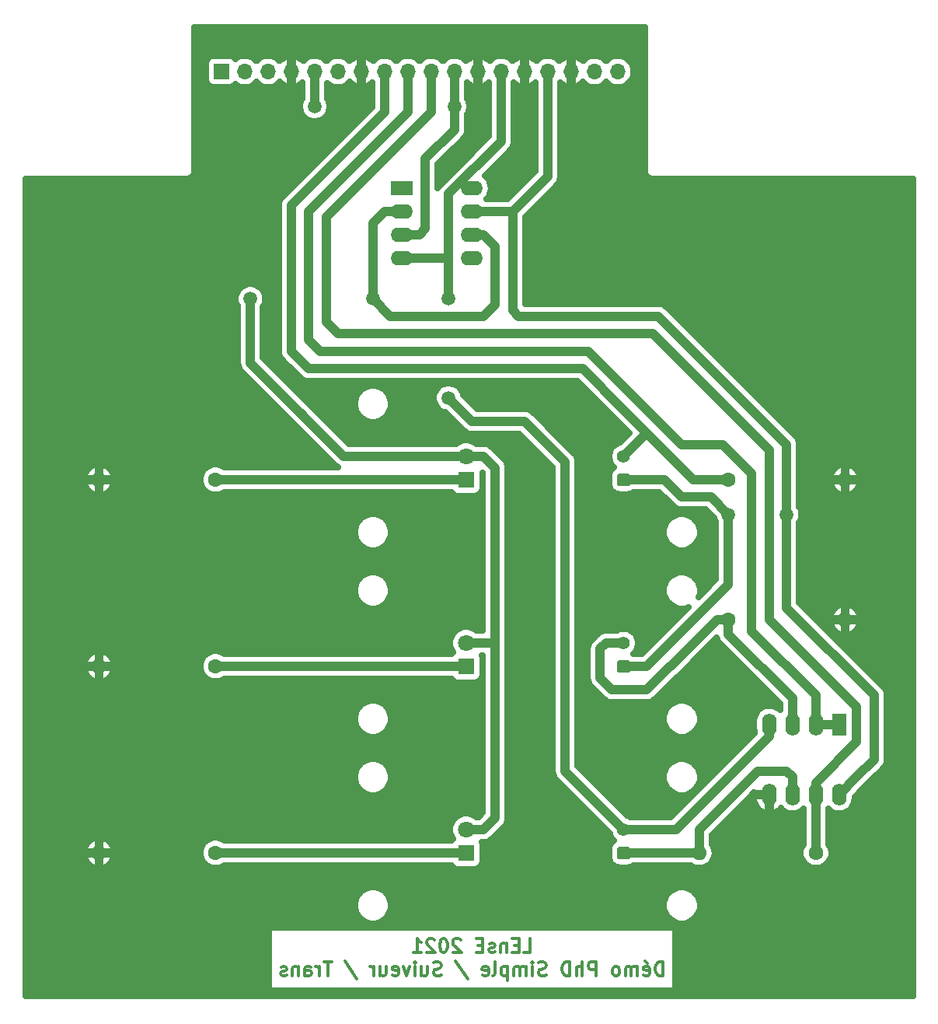
<source format=gbr>
%TF.GenerationSoftware,KiCad,Pcbnew,(5.0.1)-4*%
%TF.CreationDate,2021-04-02T16:30:22+02:00*%
%TF.ProjectId,carte_PhotodectionSuiveurTrans,63617274655F50686F746F6465637469,rev?*%
%TF.SameCoordinates,Original*%
%TF.FileFunction,Copper,L2,Bot,Signal*%
%TF.FilePolarity,Positive*%
%FSLAX46Y46*%
G04 Gerber Fmt 4.6, Leading zero omitted, Abs format (unit mm)*
G04 Created by KiCad (PCBNEW (5.0.1)-4) date 02/04/2021 16:30:22*
%MOMM*%
%LPD*%
G01*
G04 APERTURE LIST*
%TA.AperFunction,NonConductor*%
%ADD10C,0.300000*%
%TD*%
%TA.AperFunction,ComponentPad*%
%ADD11R,1.700000X1.700000*%
%TD*%
%TA.AperFunction,ComponentPad*%
%ADD12O,1.700000X1.700000*%
%TD*%
%TA.AperFunction,ComponentPad*%
%ADD13R,1.800000X1.800000*%
%TD*%
%TA.AperFunction,ComponentPad*%
%ADD14C,1.800000*%
%TD*%
%TA.AperFunction,ComponentPad*%
%ADD15O,1.600000X1.600000*%
%TD*%
%TA.AperFunction,ComponentPad*%
%ADD16C,1.600000*%
%TD*%
%TA.AperFunction,ComponentPad*%
%ADD17R,2.400000X1.600000*%
%TD*%
%TA.AperFunction,ComponentPad*%
%ADD18O,2.400000X1.600000*%
%TD*%
%TA.AperFunction,ComponentPad*%
%ADD19R,1.600000X2.400000*%
%TD*%
%TA.AperFunction,ComponentPad*%
%ADD20O,1.600000X2.400000*%
%TD*%
%TA.AperFunction,ComponentPad*%
%ADD21C,1.400000*%
%TD*%
%TA.AperFunction,Conductor*%
%ADD22C,0.100000*%
%TD*%
%TA.AperFunction,ViaPad*%
%ADD23C,1.500000*%
%TD*%
%TA.AperFunction,Conductor*%
%ADD24C,1.000000*%
%TD*%
%TA.AperFunction,Conductor*%
%ADD25C,0.700000*%
%TD*%
G04 APERTURE END LIST*
D10*
X217062142Y-142278571D02*
X217776428Y-142278571D01*
X217776428Y-140778571D01*
X216562142Y-141492857D02*
X216062142Y-141492857D01*
X215847857Y-142278571D02*
X216562142Y-142278571D01*
X216562142Y-140778571D01*
X215847857Y-140778571D01*
X215205000Y-141278571D02*
X215205000Y-142278571D01*
X215205000Y-141421428D02*
X215133571Y-141350000D01*
X214990714Y-141278571D01*
X214776428Y-141278571D01*
X214633571Y-141350000D01*
X214562142Y-141492857D01*
X214562142Y-142278571D01*
X213919285Y-142207142D02*
X213776428Y-142278571D01*
X213490714Y-142278571D01*
X213347857Y-142207142D01*
X213276428Y-142064285D01*
X213276428Y-141992857D01*
X213347857Y-141850000D01*
X213490714Y-141778571D01*
X213705000Y-141778571D01*
X213847857Y-141707142D01*
X213919285Y-141564285D01*
X213919285Y-141492857D01*
X213847857Y-141350000D01*
X213705000Y-141278571D01*
X213490714Y-141278571D01*
X213347857Y-141350000D01*
X212633571Y-141492857D02*
X212133571Y-141492857D01*
X211919285Y-142278571D02*
X212633571Y-142278571D01*
X212633571Y-140778571D01*
X211919285Y-140778571D01*
X210205000Y-140921428D02*
X210133571Y-140850000D01*
X209990714Y-140778571D01*
X209633571Y-140778571D01*
X209490714Y-140850000D01*
X209419285Y-140921428D01*
X209347857Y-141064285D01*
X209347857Y-141207142D01*
X209419285Y-141421428D01*
X210276428Y-142278571D01*
X209347857Y-142278571D01*
X208419285Y-140778571D02*
X208276428Y-140778571D01*
X208133571Y-140850000D01*
X208062142Y-140921428D01*
X207990714Y-141064285D01*
X207919285Y-141350000D01*
X207919285Y-141707142D01*
X207990714Y-141992857D01*
X208062142Y-142135714D01*
X208133571Y-142207142D01*
X208276428Y-142278571D01*
X208419285Y-142278571D01*
X208562142Y-142207142D01*
X208633571Y-142135714D01*
X208705000Y-141992857D01*
X208776428Y-141707142D01*
X208776428Y-141350000D01*
X208705000Y-141064285D01*
X208633571Y-140921428D01*
X208562142Y-140850000D01*
X208419285Y-140778571D01*
X207347857Y-140921428D02*
X207276428Y-140850000D01*
X207133571Y-140778571D01*
X206776428Y-140778571D01*
X206633571Y-140850000D01*
X206562142Y-140921428D01*
X206490714Y-141064285D01*
X206490714Y-141207142D01*
X206562142Y-141421428D01*
X207419285Y-142278571D01*
X206490714Y-142278571D01*
X205062142Y-142278571D02*
X205919285Y-142278571D01*
X205490714Y-142278571D02*
X205490714Y-140778571D01*
X205633571Y-140992857D01*
X205776428Y-141135714D01*
X205919285Y-141207142D01*
X232240714Y-144828571D02*
X232240714Y-143328571D01*
X231883571Y-143328571D01*
X231669285Y-143400000D01*
X231526428Y-143542857D01*
X231455000Y-143685714D01*
X231383571Y-143971428D01*
X231383571Y-144185714D01*
X231455000Y-144471428D01*
X231526428Y-144614285D01*
X231669285Y-144757142D01*
X231883571Y-144828571D01*
X232240714Y-144828571D01*
X230169285Y-144757142D02*
X230312142Y-144828571D01*
X230597857Y-144828571D01*
X230740714Y-144757142D01*
X230812142Y-144614285D01*
X230812142Y-144042857D01*
X230740714Y-143900000D01*
X230597857Y-143828571D01*
X230312142Y-143828571D01*
X230169285Y-143900000D01*
X230097857Y-144042857D01*
X230097857Y-144185714D01*
X230812142Y-144328571D01*
X230312142Y-143257142D02*
X230526428Y-143471428D01*
X229455000Y-144828571D02*
X229455000Y-143828571D01*
X229455000Y-143971428D02*
X229383571Y-143900000D01*
X229240714Y-143828571D01*
X229026428Y-143828571D01*
X228883571Y-143900000D01*
X228812142Y-144042857D01*
X228812142Y-144828571D01*
X228812142Y-144042857D02*
X228740714Y-143900000D01*
X228597857Y-143828571D01*
X228383571Y-143828571D01*
X228240714Y-143900000D01*
X228169285Y-144042857D01*
X228169285Y-144828571D01*
X227240714Y-144828571D02*
X227383571Y-144757142D01*
X227455000Y-144685714D01*
X227526428Y-144542857D01*
X227526428Y-144114285D01*
X227455000Y-143971428D01*
X227383571Y-143900000D01*
X227240714Y-143828571D01*
X227026428Y-143828571D01*
X226883571Y-143900000D01*
X226812142Y-143971428D01*
X226740714Y-144114285D01*
X226740714Y-144542857D01*
X226812142Y-144685714D01*
X226883571Y-144757142D01*
X227026428Y-144828571D01*
X227240714Y-144828571D01*
X224955000Y-144828571D02*
X224955000Y-143328571D01*
X224383571Y-143328571D01*
X224240714Y-143400000D01*
X224169285Y-143471428D01*
X224097857Y-143614285D01*
X224097857Y-143828571D01*
X224169285Y-143971428D01*
X224240714Y-144042857D01*
X224383571Y-144114285D01*
X224955000Y-144114285D01*
X223455000Y-144828571D02*
X223455000Y-143328571D01*
X222812142Y-144828571D02*
X222812142Y-144042857D01*
X222883571Y-143900000D01*
X223026428Y-143828571D01*
X223240714Y-143828571D01*
X223383571Y-143900000D01*
X223455000Y-143971428D01*
X222097857Y-144828571D02*
X222097857Y-143328571D01*
X221740714Y-143328571D01*
X221526428Y-143400000D01*
X221383571Y-143542857D01*
X221312142Y-143685714D01*
X221240714Y-143971428D01*
X221240714Y-144185714D01*
X221312142Y-144471428D01*
X221383571Y-144614285D01*
X221526428Y-144757142D01*
X221740714Y-144828571D01*
X222097857Y-144828571D01*
X219526428Y-144757142D02*
X219312142Y-144828571D01*
X218955000Y-144828571D01*
X218812142Y-144757142D01*
X218740714Y-144685714D01*
X218669285Y-144542857D01*
X218669285Y-144400000D01*
X218740714Y-144257142D01*
X218812142Y-144185714D01*
X218955000Y-144114285D01*
X219240714Y-144042857D01*
X219383571Y-143971428D01*
X219455000Y-143900000D01*
X219526428Y-143757142D01*
X219526428Y-143614285D01*
X219455000Y-143471428D01*
X219383571Y-143400000D01*
X219240714Y-143328571D01*
X218883571Y-143328571D01*
X218669285Y-143400000D01*
X218026428Y-144828571D02*
X218026428Y-143828571D01*
X218026428Y-143328571D02*
X218097857Y-143400000D01*
X218026428Y-143471428D01*
X217955000Y-143400000D01*
X218026428Y-143328571D01*
X218026428Y-143471428D01*
X217312142Y-144828571D02*
X217312142Y-143828571D01*
X217312142Y-143971428D02*
X217240714Y-143900000D01*
X217097857Y-143828571D01*
X216883571Y-143828571D01*
X216740714Y-143900000D01*
X216669285Y-144042857D01*
X216669285Y-144828571D01*
X216669285Y-144042857D02*
X216597857Y-143900000D01*
X216455000Y-143828571D01*
X216240714Y-143828571D01*
X216097857Y-143900000D01*
X216026428Y-144042857D01*
X216026428Y-144828571D01*
X215312142Y-143828571D02*
X215312142Y-145328571D01*
X215312142Y-143900000D02*
X215169285Y-143828571D01*
X214883571Y-143828571D01*
X214740714Y-143900000D01*
X214669285Y-143971428D01*
X214597857Y-144114285D01*
X214597857Y-144542857D01*
X214669285Y-144685714D01*
X214740714Y-144757142D01*
X214883571Y-144828571D01*
X215169285Y-144828571D01*
X215312142Y-144757142D01*
X213740714Y-144828571D02*
X213883571Y-144757142D01*
X213955000Y-144614285D01*
X213955000Y-143328571D01*
X212597857Y-144757142D02*
X212740714Y-144828571D01*
X213026428Y-144828571D01*
X213169285Y-144757142D01*
X213240714Y-144614285D01*
X213240714Y-144042857D01*
X213169285Y-143900000D01*
X213026428Y-143828571D01*
X212740714Y-143828571D01*
X212597857Y-143900000D01*
X212526428Y-144042857D01*
X212526428Y-144185714D01*
X213240714Y-144328571D01*
X209669285Y-143257142D02*
X210955000Y-145185714D01*
X208097857Y-144757142D02*
X207883571Y-144828571D01*
X207526428Y-144828571D01*
X207383571Y-144757142D01*
X207312142Y-144685714D01*
X207240714Y-144542857D01*
X207240714Y-144400000D01*
X207312142Y-144257142D01*
X207383571Y-144185714D01*
X207526428Y-144114285D01*
X207812142Y-144042857D01*
X207955000Y-143971428D01*
X208026428Y-143900000D01*
X208097857Y-143757142D01*
X208097857Y-143614285D01*
X208026428Y-143471428D01*
X207955000Y-143400000D01*
X207812142Y-143328571D01*
X207455000Y-143328571D01*
X207240714Y-143400000D01*
X205955000Y-143828571D02*
X205955000Y-144828571D01*
X206597857Y-143828571D02*
X206597857Y-144614285D01*
X206526428Y-144757142D01*
X206383571Y-144828571D01*
X206169285Y-144828571D01*
X206026428Y-144757142D01*
X205955000Y-144685714D01*
X205240714Y-144828571D02*
X205240714Y-143828571D01*
X205240714Y-143328571D02*
X205312142Y-143400000D01*
X205240714Y-143471428D01*
X205169285Y-143400000D01*
X205240714Y-143328571D01*
X205240714Y-143471428D01*
X204669285Y-143828571D02*
X204312142Y-144828571D01*
X203955000Y-143828571D01*
X202812142Y-144757142D02*
X202955000Y-144828571D01*
X203240714Y-144828571D01*
X203383571Y-144757142D01*
X203455000Y-144614285D01*
X203455000Y-144042857D01*
X203383571Y-143900000D01*
X203240714Y-143828571D01*
X202955000Y-143828571D01*
X202812142Y-143900000D01*
X202740714Y-144042857D01*
X202740714Y-144185714D01*
X203455000Y-144328571D01*
X201455000Y-143828571D02*
X201455000Y-144828571D01*
X202097857Y-143828571D02*
X202097857Y-144614285D01*
X202026428Y-144757142D01*
X201883571Y-144828571D01*
X201669285Y-144828571D01*
X201526428Y-144757142D01*
X201455000Y-144685714D01*
X200740714Y-144828571D02*
X200740714Y-143828571D01*
X200740714Y-144114285D02*
X200669285Y-143971428D01*
X200597857Y-143900000D01*
X200455000Y-143828571D01*
X200312142Y-143828571D01*
X197597857Y-143257142D02*
X198883571Y-145185714D01*
X196169285Y-143328571D02*
X195312142Y-143328571D01*
X195740714Y-144828571D02*
X195740714Y-143328571D01*
X194812142Y-144828571D02*
X194812142Y-143828571D01*
X194812142Y-144114285D02*
X194740714Y-143971428D01*
X194669285Y-143900000D01*
X194526428Y-143828571D01*
X194383571Y-143828571D01*
X193240714Y-144828571D02*
X193240714Y-144042857D01*
X193312142Y-143900000D01*
X193455000Y-143828571D01*
X193740714Y-143828571D01*
X193883571Y-143900000D01*
X193240714Y-144757142D02*
X193383571Y-144828571D01*
X193740714Y-144828571D01*
X193883571Y-144757142D01*
X193955000Y-144614285D01*
X193955000Y-144471428D01*
X193883571Y-144328571D01*
X193740714Y-144257142D01*
X193383571Y-144257142D01*
X193240714Y-144185714D01*
X192526428Y-143828571D02*
X192526428Y-144828571D01*
X192526428Y-143971428D02*
X192455000Y-143900000D01*
X192312142Y-143828571D01*
X192097857Y-143828571D01*
X191955000Y-143900000D01*
X191883571Y-144042857D01*
X191883571Y-144828571D01*
X191240714Y-144757142D02*
X191097857Y-144828571D01*
X190812142Y-144828571D01*
X190669285Y-144757142D01*
X190597857Y-144614285D01*
X190597857Y-144542857D01*
X190669285Y-144400000D01*
X190812142Y-144328571D01*
X191026428Y-144328571D01*
X191169285Y-144257142D01*
X191240714Y-144114285D01*
X191240714Y-144042857D01*
X191169285Y-143900000D01*
X191026428Y-143828571D01*
X190812142Y-143828571D01*
X190669285Y-143900000D01*
D11*
%TO.P,J1,1*%
%TO.N,Net-(J1-Pad1)*%
X184150000Y-46355000D03*
D12*
%TO.P,J1,2*%
%TO.N,Net-(J1-Pad2)*%
X186690000Y-46355000D03*
%TO.P,J1,3*%
%TO.N,Net-(J1-Pad3)*%
X189230000Y-46355000D03*
%TO.P,J1,4*%
%TO.N,GND*%
X191770000Y-46355000D03*
%TO.P,J1,5*%
%TO.N,IN1*%
X194310000Y-46355000D03*
%TO.P,J1,6*%
%TO.N,IN2*%
X196850000Y-46355000D03*
%TO.P,J1,7*%
%TO.N,GND*%
X199390000Y-46355000D03*
%TO.P,J1,8*%
%TO.N,OUT1*%
X201930000Y-46355000D03*
%TO.P,J1,9*%
%TO.N,OUT2*%
X204470000Y-46355000D03*
%TO.P,J1,10*%
%TO.N,OUT3*%
X207010000Y-46355000D03*
%TO.P,J1,11*%
%TO.N,IN1*%
X209550000Y-46355000D03*
%TO.P,J1,12*%
%TO.N,GND*%
X212090000Y-46355000D03*
%TO.P,J1,13*%
%TO.N,-15V*%
X214630000Y-46355000D03*
%TO.P,J1,14*%
%TO.N,GND*%
X217170000Y-46355000D03*
%TO.P,J1,15*%
%TO.N,+15V*%
X219710000Y-46355000D03*
%TO.P,J1,16*%
%TO.N,GND*%
X222250000Y-46355000D03*
%TO.P,J1,17*%
%TO.N,5V*%
X224790000Y-46355000D03*
%TO.P,J1,18*%
%TO.N,3.3V*%
X227330000Y-46355000D03*
%TD*%
D13*
%TO.P,D1,1*%
%TO.N,Net-(D1-Pad1)*%
X210820000Y-90805000D03*
D14*
%TO.P,D1,2*%
%TO.N,LED_IN*%
X210820000Y-88265000D03*
%TD*%
%TO.P,D2,2*%
%TO.N,LED_IN*%
X210820000Y-108585000D03*
D13*
%TO.P,D2,1*%
%TO.N,Net-(D2-Pad1)*%
X210820000Y-111125000D03*
%TD*%
%TO.P,D3,1*%
%TO.N,Net-(D3-Pad1)*%
X210820000Y-131445000D03*
D14*
%TO.P,D3,2*%
%TO.N,LED_IN*%
X210820000Y-128905000D03*
%TD*%
D15*
%TO.P,R1,2*%
%TO.N,GND*%
X170815000Y-90805000D03*
D16*
%TO.P,R1,1*%
%TO.N,Net-(D1-Pad1)*%
X183515000Y-90805000D03*
%TD*%
D15*
%TO.P,R2,2*%
%TO.N,GND*%
X170815000Y-111125000D03*
D16*
%TO.P,R2,1*%
%TO.N,Net-(D2-Pad1)*%
X183515000Y-111125000D03*
%TD*%
D15*
%TO.P,R3,2*%
%TO.N,GND*%
X170815000Y-131445000D03*
D16*
%TO.P,R3,1*%
%TO.N,Net-(D3-Pad1)*%
X183515000Y-131445000D03*
%TD*%
%TO.P,R4,1*%
%TO.N,OUT1*%
X239395000Y-90805000D03*
D15*
%TO.P,R4,2*%
%TO.N,GND*%
X252095000Y-90805000D03*
%TD*%
D16*
%TO.P,R5,1*%
%TO.N,Net-(D5-Pad2)*%
X239395000Y-106045000D03*
D15*
%TO.P,R5,2*%
%TO.N,GND*%
X252095000Y-106045000D03*
%TD*%
D16*
%TO.P,R6,1*%
%TO.N,OUT3*%
X248920000Y-131445000D03*
D15*
%TO.P,R6,2*%
%TO.N,Net-(D6-Pad1)*%
X236220000Y-131445000D03*
%TD*%
D17*
%TO.P,U2,1*%
%TO.N,Net-(U2-Pad1)*%
X203835000Y-59055000D03*
D18*
%TO.P,U2,5*%
%TO.N,Net-(U2-Pad5)*%
X211455000Y-66675000D03*
%TO.P,U2,2*%
%TO.N,LED_IN*%
X203835000Y-61595000D03*
%TO.P,U2,6*%
X211455000Y-64135000D03*
%TO.P,U2,3*%
%TO.N,IN1*%
X203835000Y-64135000D03*
%TO.P,U2,7*%
%TO.N,+15V*%
X211455000Y-61595000D03*
%TO.P,U2,4*%
%TO.N,-15V*%
X203835000Y-66675000D03*
%TO.P,U2,8*%
%TO.N,Net-(U2-Pad8)*%
X211455000Y-59055000D03*
%TD*%
D19*
%TO.P,U1,1*%
%TO.N,OUT2*%
X251460000Y-117475000D03*
D20*
%TO.P,U1,5*%
%TO.N,GND*%
X243840000Y-125095000D03*
%TO.P,U1,2*%
%TO.N,OUT2*%
X248920000Y-117475000D03*
%TO.P,U1,6*%
%TO.N,Net-(D6-Pad1)*%
X246380000Y-125095000D03*
%TO.P,U1,3*%
%TO.N,Net-(D5-Pad2)*%
X246380000Y-117475000D03*
%TO.P,U1,7*%
%TO.N,OUT3*%
X248920000Y-125095000D03*
%TO.P,U1,4*%
%TO.N,-15V*%
X243840000Y-117475000D03*
%TO.P,U1,8*%
%TO.N,+15V*%
X251460000Y-125095000D03*
%TD*%
D21*
%TO.P,D4,2*%
%TO.N,OUT1*%
X227965000Y-88265000D03*
D22*
%TD*%
%TO.N,+15V*%
%TO.C,D4*%
G36*
X228440226Y-90126200D02*
X228464417Y-90129788D01*
X228488139Y-90135730D01*
X228511165Y-90143969D01*
X228533272Y-90154425D01*
X228554248Y-90166998D01*
X228573891Y-90181566D01*
X228592011Y-90197989D01*
X228608434Y-90216109D01*
X228623002Y-90235752D01*
X228635575Y-90256728D01*
X228646031Y-90278835D01*
X228654270Y-90301861D01*
X228660212Y-90325583D01*
X228663800Y-90349774D01*
X228665000Y-90374200D01*
X228665000Y-91275800D01*
X228663800Y-91300226D01*
X228660212Y-91324417D01*
X228654270Y-91348139D01*
X228646031Y-91371165D01*
X228635575Y-91393272D01*
X228623002Y-91414248D01*
X228608434Y-91433891D01*
X228592011Y-91452011D01*
X228573891Y-91468434D01*
X228554248Y-91483002D01*
X228533272Y-91495575D01*
X228511165Y-91506031D01*
X228488139Y-91514270D01*
X228464417Y-91520212D01*
X228440226Y-91523800D01*
X228415800Y-91525000D01*
X227514200Y-91525000D01*
X227489774Y-91523800D01*
X227465583Y-91520212D01*
X227441861Y-91514270D01*
X227418835Y-91506031D01*
X227396728Y-91495575D01*
X227375752Y-91483002D01*
X227356109Y-91468434D01*
X227337989Y-91452011D01*
X227321566Y-91433891D01*
X227306998Y-91414248D01*
X227294425Y-91393272D01*
X227283969Y-91371165D01*
X227275730Y-91348139D01*
X227269788Y-91324417D01*
X227266200Y-91300226D01*
X227265000Y-91275800D01*
X227265000Y-90374200D01*
X227266200Y-90349774D01*
X227269788Y-90325583D01*
X227275730Y-90301861D01*
X227283969Y-90278835D01*
X227294425Y-90256728D01*
X227306998Y-90235752D01*
X227321566Y-90216109D01*
X227337989Y-90197989D01*
X227356109Y-90181566D01*
X227375752Y-90166998D01*
X227396728Y-90154425D01*
X227418835Y-90143969D01*
X227441861Y-90135730D01*
X227465583Y-90129788D01*
X227489774Y-90126200D01*
X227514200Y-90125000D01*
X228415800Y-90125000D01*
X228440226Y-90126200D01*
X228440226Y-90126200D01*
G37*
D21*
%TO.P,D4,1*%
%TO.N,+15V*%
X227965000Y-90825000D03*
%TD*%
D22*
%TO.N,+15V*%
%TO.C,D5*%
G36*
X228440226Y-110446200D02*
X228464417Y-110449788D01*
X228488139Y-110455730D01*
X228511165Y-110463969D01*
X228533272Y-110474425D01*
X228554248Y-110486998D01*
X228573891Y-110501566D01*
X228592011Y-110517989D01*
X228608434Y-110536109D01*
X228623002Y-110555752D01*
X228635575Y-110576728D01*
X228646031Y-110598835D01*
X228654270Y-110621861D01*
X228660212Y-110645583D01*
X228663800Y-110669774D01*
X228665000Y-110694200D01*
X228665000Y-111595800D01*
X228663800Y-111620226D01*
X228660212Y-111644417D01*
X228654270Y-111668139D01*
X228646031Y-111691165D01*
X228635575Y-111713272D01*
X228623002Y-111734248D01*
X228608434Y-111753891D01*
X228592011Y-111772011D01*
X228573891Y-111788434D01*
X228554248Y-111803002D01*
X228533272Y-111815575D01*
X228511165Y-111826031D01*
X228488139Y-111834270D01*
X228464417Y-111840212D01*
X228440226Y-111843800D01*
X228415800Y-111845000D01*
X227514200Y-111845000D01*
X227489774Y-111843800D01*
X227465583Y-111840212D01*
X227441861Y-111834270D01*
X227418835Y-111826031D01*
X227396728Y-111815575D01*
X227375752Y-111803002D01*
X227356109Y-111788434D01*
X227337989Y-111772011D01*
X227321566Y-111753891D01*
X227306998Y-111734248D01*
X227294425Y-111713272D01*
X227283969Y-111691165D01*
X227275730Y-111668139D01*
X227269788Y-111644417D01*
X227266200Y-111620226D01*
X227265000Y-111595800D01*
X227265000Y-110694200D01*
X227266200Y-110669774D01*
X227269788Y-110645583D01*
X227275730Y-110621861D01*
X227283969Y-110598835D01*
X227294425Y-110576728D01*
X227306998Y-110555752D01*
X227321566Y-110536109D01*
X227337989Y-110517989D01*
X227356109Y-110501566D01*
X227375752Y-110486998D01*
X227396728Y-110474425D01*
X227418835Y-110463969D01*
X227441861Y-110455730D01*
X227465583Y-110449788D01*
X227489774Y-110446200D01*
X227514200Y-110445000D01*
X228415800Y-110445000D01*
X228440226Y-110446200D01*
X228440226Y-110446200D01*
G37*
D21*
%TD*%
%TO.P,D5,1*%
%TO.N,+15V*%
X227965000Y-111145000D03*
%TO.P,D5,2*%
%TO.N,Net-(D5-Pad2)*%
X227965000Y-108585000D03*
%TD*%
%TO.P,D6,2*%
%TO.N,-15V*%
X227965000Y-128905000D03*
D22*
%TD*%
%TO.N,Net-(D6-Pad1)*%
%TO.C,D6*%
G36*
X228440226Y-130766200D02*
X228464417Y-130769788D01*
X228488139Y-130775730D01*
X228511165Y-130783969D01*
X228533272Y-130794425D01*
X228554248Y-130806998D01*
X228573891Y-130821566D01*
X228592011Y-130837989D01*
X228608434Y-130856109D01*
X228623002Y-130875752D01*
X228635575Y-130896728D01*
X228646031Y-130918835D01*
X228654270Y-130941861D01*
X228660212Y-130965583D01*
X228663800Y-130989774D01*
X228665000Y-131014200D01*
X228665000Y-131915800D01*
X228663800Y-131940226D01*
X228660212Y-131964417D01*
X228654270Y-131988139D01*
X228646031Y-132011165D01*
X228635575Y-132033272D01*
X228623002Y-132054248D01*
X228608434Y-132073891D01*
X228592011Y-132092011D01*
X228573891Y-132108434D01*
X228554248Y-132123002D01*
X228533272Y-132135575D01*
X228511165Y-132146031D01*
X228488139Y-132154270D01*
X228464417Y-132160212D01*
X228440226Y-132163800D01*
X228415800Y-132165000D01*
X227514200Y-132165000D01*
X227489774Y-132163800D01*
X227465583Y-132160212D01*
X227441861Y-132154270D01*
X227418835Y-132146031D01*
X227396728Y-132135575D01*
X227375752Y-132123002D01*
X227356109Y-132108434D01*
X227337989Y-132092011D01*
X227321566Y-132073891D01*
X227306998Y-132054248D01*
X227294425Y-132033272D01*
X227283969Y-132011165D01*
X227275730Y-131988139D01*
X227269788Y-131964417D01*
X227266200Y-131940226D01*
X227265000Y-131915800D01*
X227265000Y-131014200D01*
X227266200Y-130989774D01*
X227269788Y-130965583D01*
X227275730Y-130941861D01*
X227283969Y-130918835D01*
X227294425Y-130896728D01*
X227306998Y-130875752D01*
X227321566Y-130856109D01*
X227337989Y-130837989D01*
X227356109Y-130821566D01*
X227375752Y-130806998D01*
X227396728Y-130794425D01*
X227418835Y-130783969D01*
X227441861Y-130775730D01*
X227465583Y-130769788D01*
X227489774Y-130766200D01*
X227514200Y-130765000D01*
X228415800Y-130765000D01*
X228440226Y-130766200D01*
X228440226Y-130766200D01*
G37*
D21*
%TO.P,D6,1*%
%TO.N,Net-(D6-Pad1)*%
X227965000Y-131465000D03*
%TD*%
D23*
%TO.N,LED_IN*%
X187325000Y-71120000D03*
X187325000Y-71120000D03*
X200660000Y-71120000D03*
%TO.N,IN1*%
X194310000Y-50165000D03*
X209550000Y-50165000D03*
%TO.N,-15V*%
X208915000Y-81915000D03*
X208915000Y-71120000D03*
%TO.N,+15V*%
X245745000Y-94615000D03*
X239395000Y-94615000D03*
%TD*%
D24*
%TO.N,Net-(D1-Pad1)*%
X183515000Y-90805000D02*
X193040000Y-90805000D01*
X193040000Y-90805000D02*
X210820000Y-90805000D01*
%TO.N,LED_IN*%
X212725000Y-128905000D02*
X210820000Y-128905000D01*
X213995000Y-127635000D02*
X212725000Y-128905000D01*
X210820000Y-108585000D02*
X213995000Y-108585000D01*
X213995000Y-108585000D02*
X213995000Y-127635000D01*
X189865000Y-80645000D02*
X187325000Y-78105000D01*
X187325000Y-78105000D02*
X187325000Y-71120000D01*
X213995000Y-89535000D02*
X213995000Y-108585000D01*
X210820000Y-88265000D02*
X212725000Y-88265000D01*
X212725000Y-88265000D02*
X213995000Y-89535000D01*
X203835000Y-61595000D02*
X201930000Y-61595000D01*
X201930000Y-61595000D02*
X200660000Y-62865000D01*
X200660000Y-62865000D02*
X200660000Y-71120000D01*
X212725000Y-64135000D02*
X211455000Y-64135000D01*
X202565000Y-73025000D02*
X212725000Y-73025000D01*
X212725000Y-73025000D02*
X213995000Y-71755000D01*
X200660000Y-71120000D02*
X202565000Y-73025000D01*
X213995000Y-71755000D02*
X213995000Y-65405000D01*
X213995000Y-65405000D02*
X212725000Y-64135000D01*
X197485000Y-88265000D02*
X192405000Y-83185000D01*
X210820000Y-88265000D02*
X197485000Y-88265000D01*
X193040000Y-83820000D02*
X192405000Y-83185000D01*
X192405000Y-83185000D02*
X189865000Y-80645000D01*
%TO.N,Net-(D2-Pad1)*%
X183515000Y-111125000D02*
X193040000Y-111125000D01*
X193040000Y-111125000D02*
X210820000Y-111125000D01*
%TO.N,Net-(D3-Pad1)*%
X183515000Y-131445000D02*
X193040000Y-131445000D01*
X193040000Y-131445000D02*
X210820000Y-131445000D01*
%TO.N,OUT1*%
X191770000Y-76835000D02*
X191770000Y-60960000D01*
X193675000Y-78740000D02*
X191770000Y-76835000D01*
X191770000Y-60960000D02*
X201930000Y-50800000D01*
X201930000Y-50800000D02*
X201930000Y-46355000D01*
X223520000Y-78740000D02*
X193675000Y-78740000D01*
X227965000Y-83185000D02*
X223520000Y-78740000D01*
X235585000Y-90805000D02*
X239395000Y-90805000D01*
X227965000Y-83185000D02*
X235585000Y-90805000D01*
X230505000Y-85725000D02*
X227965000Y-83185000D01*
X227965000Y-88265000D02*
X230505000Y-85725000D01*
%TO.N,OUT2*%
X248920000Y-117475000D02*
X251460000Y-117475000D01*
X241935000Y-107315000D02*
X248920000Y-114300000D01*
X241935000Y-90170000D02*
X241935000Y-107315000D01*
X248920000Y-114300000D02*
X248920000Y-117475000D01*
X238760000Y-86995000D02*
X241935000Y-90170000D01*
X204470000Y-50800000D02*
X193675000Y-61595000D01*
X234315000Y-86995000D02*
X238760000Y-86995000D01*
X204470000Y-46355000D02*
X204470000Y-50800000D01*
X224155000Y-76835000D02*
X234315000Y-86995000D01*
X193675000Y-75565000D02*
X194945000Y-76835000D01*
X193675000Y-61595000D02*
X193675000Y-75565000D01*
X194945000Y-76835000D02*
X224155000Y-76835000D01*
%TO.N,OUT3*%
X248920000Y-131445000D02*
X248920000Y-125095000D01*
X207010000Y-50800000D02*
X207010000Y-46355000D01*
X231140000Y-74930000D02*
X196850000Y-74930000D01*
X243840000Y-87630000D02*
X231140000Y-74930000D01*
X196850000Y-74930000D02*
X195580000Y-73660000D01*
X248920000Y-123825000D02*
X253365000Y-119380000D01*
X195580000Y-62230000D02*
X207010000Y-50800000D01*
X195580000Y-73660000D02*
X195580000Y-62230000D01*
X248920000Y-125095000D02*
X248920000Y-123825000D01*
X253365000Y-119380000D02*
X253365000Y-115570000D01*
X253365000Y-115570000D02*
X243840000Y-106045000D01*
X243840000Y-106045000D02*
X243840000Y-87630000D01*
%TO.N,IN1*%
X206375000Y-55880000D02*
X209550000Y-52705000D01*
X206375000Y-63500000D02*
X206375000Y-55880000D01*
X203835000Y-64135000D02*
X205740000Y-64135000D01*
X209550000Y-52705000D02*
X209550000Y-46355000D01*
X205740000Y-64135000D02*
X206375000Y-63500000D01*
X194310000Y-46355000D02*
X194310000Y-50165000D01*
%TO.N,-15V*%
X214630000Y-53975000D02*
X214630000Y-46355000D01*
X208915000Y-59690000D02*
X214630000Y-53975000D01*
X203835000Y-66675000D02*
X208915000Y-66675000D01*
X208915000Y-59690000D02*
X208915000Y-66675000D01*
X208915000Y-66675000D02*
X208915000Y-71120000D01*
X211455000Y-84455000D02*
X208915000Y-81915000D01*
X217170000Y-84455000D02*
X211455000Y-84455000D01*
X221615000Y-88900000D02*
X217170000Y-84455000D01*
X225425000Y-126365000D02*
X221615000Y-122555000D01*
X221615000Y-122555000D02*
X221615000Y-88900000D01*
X225425000Y-126365000D02*
X227965000Y-128905000D01*
X243840000Y-118745000D02*
X243840000Y-117475000D01*
X227965000Y-128905000D02*
X233680000Y-128905000D01*
X233680000Y-128905000D02*
X243840000Y-118745000D01*
%TO.N,+15V*%
X253365000Y-123190000D02*
X251460000Y-125095000D01*
X255270000Y-121285000D02*
X253365000Y-123190000D01*
X231775000Y-73025000D02*
X245745000Y-86995000D01*
X245745000Y-104775000D02*
X255270000Y-114300000D01*
X223520000Y-73025000D02*
X231775000Y-73025000D01*
X255270000Y-114300000D02*
X255270000Y-121285000D01*
X211455000Y-61595000D02*
X215265000Y-61595000D01*
X219710000Y-57150000D02*
X219710000Y-46355000D01*
X216535000Y-73025000D02*
X223520000Y-73025000D01*
X215265000Y-61595000D02*
X215900000Y-61595000D01*
X215900000Y-72390000D02*
X216535000Y-73025000D01*
X215900000Y-61595000D02*
X215900000Y-72390000D01*
X219710000Y-57785000D02*
X215900000Y-61595000D01*
X219710000Y-57150000D02*
X219710000Y-57785000D01*
X245745000Y-94615000D02*
X245745000Y-104775000D01*
X245745000Y-86995000D02*
X245745000Y-94615000D01*
X237490000Y-92710000D02*
X239395000Y-94615000D01*
X234315000Y-92710000D02*
X237490000Y-92710000D01*
X232410000Y-90805000D02*
X234315000Y-92710000D01*
X227965000Y-90825000D02*
X227985000Y-90805000D01*
X227985000Y-90805000D02*
X232410000Y-90805000D01*
X230485000Y-111145000D02*
X227965000Y-111145000D01*
X239395000Y-94615000D02*
X239395000Y-102235000D01*
X239395000Y-102235000D02*
X230485000Y-111145000D01*
%TO.N,Net-(D5-Pad2)*%
X238165000Y-106045000D02*
X233065000Y-111145000D01*
X239395000Y-106045000D02*
X238165000Y-106045000D01*
X246380000Y-114617500D02*
X246380000Y-117475000D01*
X239395000Y-106045000D02*
X239395000Y-107632500D01*
X239395000Y-107632500D02*
X246380000Y-114617500D01*
X233065000Y-111145000D02*
X233025000Y-111145000D01*
X233025000Y-111145000D02*
X230505000Y-113665000D01*
X230505000Y-113665000D02*
X226695000Y-113665000D01*
X226695000Y-113665000D02*
X225425000Y-112395000D01*
X225425000Y-112395000D02*
X225425000Y-109220000D01*
X226060000Y-108585000D02*
X227965000Y-108585000D01*
X225425000Y-109220000D02*
X226060000Y-108585000D01*
%TO.N,Net-(D6-Pad1)*%
X232410000Y-131445000D02*
X236220000Y-131445000D01*
X245745000Y-122555000D02*
X246380000Y-123190000D01*
X242570000Y-122555000D02*
X245745000Y-122555000D01*
X236220000Y-131445000D02*
X236220000Y-128905000D01*
X246380000Y-123190000D02*
X246380000Y-125095000D01*
X236220000Y-128905000D02*
X242570000Y-122555000D01*
X232390000Y-131465000D02*
X227965000Y-131465000D01*
X232410000Y-131445000D02*
X232390000Y-131465000D01*
%TD*%
D25*
%TO.N,GND*%
G36*
X230257001Y-57106616D02*
X230252728Y-57150000D01*
X230269777Y-57323098D01*
X230320268Y-57489544D01*
X230402260Y-57642942D01*
X230512604Y-57777396D01*
X230647058Y-57887740D01*
X230800456Y-57969732D01*
X230966902Y-58020223D01*
X231096627Y-58033000D01*
X231140000Y-58037272D01*
X231183373Y-58033000D01*
X259467000Y-58033000D01*
X259467001Y-147072000D01*
X162808000Y-147072000D01*
X162808000Y-139587000D01*
X189304143Y-139587000D01*
X189304143Y-146403000D01*
X233605857Y-146403000D01*
X233605857Y-139587000D01*
X189304143Y-139587000D01*
X162808000Y-139587000D01*
X162808000Y-136967154D01*
X198702000Y-136967154D01*
X198702000Y-137352846D01*
X198777245Y-137731128D01*
X198924843Y-138087461D01*
X199139122Y-138408152D01*
X199411848Y-138680878D01*
X199732539Y-138895157D01*
X200088872Y-139042755D01*
X200467154Y-139118000D01*
X200852846Y-139118000D01*
X201231128Y-139042755D01*
X201587461Y-138895157D01*
X201908152Y-138680878D01*
X202180878Y-138408152D01*
X202395157Y-138087461D01*
X202542755Y-137731128D01*
X202618000Y-137352846D01*
X202618000Y-136967154D01*
X232357000Y-136967154D01*
X232357000Y-137352846D01*
X232432245Y-137731128D01*
X232579843Y-138087461D01*
X232794122Y-138408152D01*
X233066848Y-138680878D01*
X233387539Y-138895157D01*
X233743872Y-139042755D01*
X234122154Y-139118000D01*
X234507846Y-139118000D01*
X234886128Y-139042755D01*
X235242461Y-138895157D01*
X235563152Y-138680878D01*
X235835878Y-138408152D01*
X236050157Y-138087461D01*
X236197755Y-137731128D01*
X236273000Y-137352846D01*
X236273000Y-136967154D01*
X236197755Y-136588872D01*
X236050157Y-136232539D01*
X235835878Y-135911848D01*
X235563152Y-135639122D01*
X235242461Y-135424843D01*
X234886128Y-135277245D01*
X234507846Y-135202000D01*
X234122154Y-135202000D01*
X233743872Y-135277245D01*
X233387539Y-135424843D01*
X233066848Y-135639122D01*
X232794122Y-135911848D01*
X232579843Y-136232539D01*
X232432245Y-136588872D01*
X232357000Y-136967154D01*
X202618000Y-136967154D01*
X202542755Y-136588872D01*
X202395157Y-136232539D01*
X202180878Y-135911848D01*
X201908152Y-135639122D01*
X201587461Y-135424843D01*
X201231128Y-135277245D01*
X200852846Y-135202000D01*
X200467154Y-135202000D01*
X200088872Y-135277245D01*
X199732539Y-135424843D01*
X199411848Y-135639122D01*
X199139122Y-135911848D01*
X198924843Y-136232539D01*
X198777245Y-136588872D01*
X198702000Y-136967154D01*
X162808000Y-136967154D01*
X162808000Y-131851458D01*
X169207593Y-131851458D01*
X169252669Y-132000072D01*
X169390978Y-132294202D01*
X169584011Y-132555698D01*
X169824350Y-132774510D01*
X170102760Y-132942230D01*
X170408541Y-133052412D01*
X170665000Y-132881706D01*
X170665000Y-131595000D01*
X170965000Y-131595000D01*
X170965000Y-132881706D01*
X171221459Y-133052412D01*
X171527240Y-132942230D01*
X171805650Y-132774510D01*
X172045989Y-132555698D01*
X172239022Y-132294202D01*
X172377331Y-132000072D01*
X172422407Y-131851458D01*
X172250685Y-131595000D01*
X170965000Y-131595000D01*
X170665000Y-131595000D01*
X169379315Y-131595000D01*
X169207593Y-131851458D01*
X162808000Y-131851458D01*
X162808000Y-131038542D01*
X169207593Y-131038542D01*
X169379315Y-131295000D01*
X170665000Y-131295000D01*
X170665000Y-130008294D01*
X170965000Y-130008294D01*
X170965000Y-131295000D01*
X172250685Y-131295000D01*
X172422407Y-131038542D01*
X172377331Y-130889928D01*
X172239022Y-130595798D01*
X172045989Y-130334302D01*
X171805650Y-130115490D01*
X171527240Y-129947770D01*
X171221459Y-129837588D01*
X170965000Y-130008294D01*
X170665000Y-130008294D01*
X170408541Y-129837588D01*
X170102760Y-129947770D01*
X169824350Y-130115490D01*
X169584011Y-130334302D01*
X169390978Y-130595798D01*
X169252669Y-130889928D01*
X169207593Y-131038542D01*
X162808000Y-131038542D01*
X162808000Y-122997154D01*
X198702000Y-122997154D01*
X198702000Y-123382846D01*
X198777245Y-123761128D01*
X198924843Y-124117461D01*
X199139122Y-124438152D01*
X199411848Y-124710878D01*
X199732539Y-124925157D01*
X200088872Y-125072755D01*
X200467154Y-125148000D01*
X200852846Y-125148000D01*
X201231128Y-125072755D01*
X201587461Y-124925157D01*
X201908152Y-124710878D01*
X202180878Y-124438152D01*
X202395157Y-124117461D01*
X202542755Y-123761128D01*
X202618000Y-123382846D01*
X202618000Y-122997154D01*
X202542755Y-122618872D01*
X202395157Y-122262539D01*
X202180878Y-121941848D01*
X201908152Y-121669122D01*
X201587461Y-121454843D01*
X201231128Y-121307245D01*
X200852846Y-121232000D01*
X200467154Y-121232000D01*
X200088872Y-121307245D01*
X199732539Y-121454843D01*
X199411848Y-121669122D01*
X199139122Y-121941848D01*
X198924843Y-122262539D01*
X198777245Y-122618872D01*
X198702000Y-122997154D01*
X162808000Y-122997154D01*
X162808000Y-116647154D01*
X198702000Y-116647154D01*
X198702000Y-117032846D01*
X198777245Y-117411128D01*
X198924843Y-117767461D01*
X199139122Y-118088152D01*
X199411848Y-118360878D01*
X199732539Y-118575157D01*
X200088872Y-118722755D01*
X200467154Y-118798000D01*
X200852846Y-118798000D01*
X201231128Y-118722755D01*
X201587461Y-118575157D01*
X201908152Y-118360878D01*
X202180878Y-118088152D01*
X202395157Y-117767461D01*
X202542755Y-117411128D01*
X202618000Y-117032846D01*
X202618000Y-116647154D01*
X202542755Y-116268872D01*
X202395157Y-115912539D01*
X202180878Y-115591848D01*
X201908152Y-115319122D01*
X201587461Y-115104843D01*
X201231128Y-114957245D01*
X200852846Y-114882000D01*
X200467154Y-114882000D01*
X200088872Y-114957245D01*
X199732539Y-115104843D01*
X199411848Y-115319122D01*
X199139122Y-115591848D01*
X198924843Y-115912539D01*
X198777245Y-116268872D01*
X198702000Y-116647154D01*
X162808000Y-116647154D01*
X162808000Y-111531458D01*
X169207593Y-111531458D01*
X169252669Y-111680072D01*
X169390978Y-111974202D01*
X169584011Y-112235698D01*
X169824350Y-112454510D01*
X170102760Y-112622230D01*
X170408541Y-112732412D01*
X170665000Y-112561706D01*
X170665000Y-111275000D01*
X170965000Y-111275000D01*
X170965000Y-112561706D01*
X171221459Y-112732412D01*
X171527240Y-112622230D01*
X171805650Y-112454510D01*
X172045989Y-112235698D01*
X172239022Y-111974202D01*
X172377331Y-111680072D01*
X172422407Y-111531458D01*
X172250685Y-111275000D01*
X170965000Y-111275000D01*
X170665000Y-111275000D01*
X169379315Y-111275000D01*
X169207593Y-111531458D01*
X162808000Y-111531458D01*
X162808000Y-110718542D01*
X169207593Y-110718542D01*
X169379315Y-110975000D01*
X170665000Y-110975000D01*
X170665000Y-109688294D01*
X170965000Y-109688294D01*
X170965000Y-110975000D01*
X172250685Y-110975000D01*
X172422407Y-110718542D01*
X172377331Y-110569928D01*
X172239022Y-110275798D01*
X172045989Y-110014302D01*
X171805650Y-109795490D01*
X171527240Y-109627770D01*
X171221459Y-109517588D01*
X170965000Y-109688294D01*
X170665000Y-109688294D01*
X170408541Y-109517588D01*
X170102760Y-109627770D01*
X169824350Y-109795490D01*
X169584011Y-110014302D01*
X169390978Y-110275798D01*
X169252669Y-110569928D01*
X169207593Y-110718542D01*
X162808000Y-110718542D01*
X162808000Y-102677154D01*
X198702000Y-102677154D01*
X198702000Y-103062846D01*
X198777245Y-103441128D01*
X198924843Y-103797461D01*
X199139122Y-104118152D01*
X199411848Y-104390878D01*
X199732539Y-104605157D01*
X200088872Y-104752755D01*
X200467154Y-104828000D01*
X200852846Y-104828000D01*
X201231128Y-104752755D01*
X201587461Y-104605157D01*
X201908152Y-104390878D01*
X202180878Y-104118152D01*
X202395157Y-103797461D01*
X202542755Y-103441128D01*
X202618000Y-103062846D01*
X202618000Y-102677154D01*
X202542755Y-102298872D01*
X202395157Y-101942539D01*
X202180878Y-101621848D01*
X201908152Y-101349122D01*
X201587461Y-101134843D01*
X201231128Y-100987245D01*
X200852846Y-100912000D01*
X200467154Y-100912000D01*
X200088872Y-100987245D01*
X199732539Y-101134843D01*
X199411848Y-101349122D01*
X199139122Y-101621848D01*
X198924843Y-101942539D01*
X198777245Y-102298872D01*
X198702000Y-102677154D01*
X162808000Y-102677154D01*
X162808000Y-96327154D01*
X198702000Y-96327154D01*
X198702000Y-96712846D01*
X198777245Y-97091128D01*
X198924843Y-97447461D01*
X199139122Y-97768152D01*
X199411848Y-98040878D01*
X199732539Y-98255157D01*
X200088872Y-98402755D01*
X200467154Y-98478000D01*
X200852846Y-98478000D01*
X201231128Y-98402755D01*
X201587461Y-98255157D01*
X201908152Y-98040878D01*
X202180878Y-97768152D01*
X202395157Y-97447461D01*
X202542755Y-97091128D01*
X202618000Y-96712846D01*
X202618000Y-96327154D01*
X202542755Y-95948872D01*
X202395157Y-95592539D01*
X202180878Y-95271848D01*
X201908152Y-94999122D01*
X201587461Y-94784843D01*
X201231128Y-94637245D01*
X200852846Y-94562000D01*
X200467154Y-94562000D01*
X200088872Y-94637245D01*
X199732539Y-94784843D01*
X199411848Y-94999122D01*
X199139122Y-95271848D01*
X198924843Y-95592539D01*
X198777245Y-95948872D01*
X198702000Y-96327154D01*
X162808000Y-96327154D01*
X162808000Y-91211458D01*
X169207593Y-91211458D01*
X169252669Y-91360072D01*
X169390978Y-91654202D01*
X169584011Y-91915698D01*
X169824350Y-92134510D01*
X170102760Y-92302230D01*
X170408541Y-92412412D01*
X170665000Y-92241706D01*
X170665000Y-90955000D01*
X170965000Y-90955000D01*
X170965000Y-92241706D01*
X171221459Y-92412412D01*
X171527240Y-92302230D01*
X171805650Y-92134510D01*
X172045989Y-91915698D01*
X172239022Y-91654202D01*
X172377331Y-91360072D01*
X172422407Y-91211458D01*
X172250685Y-90955000D01*
X170965000Y-90955000D01*
X170665000Y-90955000D01*
X169379315Y-90955000D01*
X169207593Y-91211458D01*
X162808000Y-91211458D01*
X162808000Y-90398542D01*
X169207593Y-90398542D01*
X169379315Y-90655000D01*
X170665000Y-90655000D01*
X170665000Y-89368294D01*
X170965000Y-89368294D01*
X170965000Y-90655000D01*
X172250685Y-90655000D01*
X172259589Y-90641701D01*
X181857000Y-90641701D01*
X181857000Y-90968299D01*
X181920716Y-91288621D01*
X182045700Y-91590357D01*
X182227148Y-91861913D01*
X182458087Y-92092852D01*
X182729643Y-92274300D01*
X183031379Y-92399284D01*
X183351701Y-92463000D01*
X183678299Y-92463000D01*
X183998621Y-92399284D01*
X184300357Y-92274300D01*
X184466929Y-92163000D01*
X209191931Y-92163000D01*
X209203148Y-92183985D01*
X209310367Y-92314633D01*
X209441015Y-92421852D01*
X209590069Y-92501524D01*
X209751803Y-92550585D01*
X209920000Y-92567151D01*
X211720000Y-92567151D01*
X211888197Y-92550585D01*
X212049931Y-92501524D01*
X212198985Y-92421852D01*
X212329633Y-92314633D01*
X212436852Y-92183985D01*
X212516524Y-92034931D01*
X212565585Y-91873197D01*
X212582151Y-91705000D01*
X212582151Y-90042653D01*
X212637000Y-90097502D01*
X212637001Y-107227000D01*
X211948188Y-107227000D01*
X211940660Y-107219472D01*
X211652725Y-107027081D01*
X211332790Y-106894559D01*
X210993148Y-106827000D01*
X210646852Y-106827000D01*
X210307210Y-106894559D01*
X209987275Y-107027081D01*
X209699340Y-107219472D01*
X209454472Y-107464340D01*
X209262081Y-107752275D01*
X209129559Y-108072210D01*
X209062000Y-108411852D01*
X209062000Y-108758148D01*
X209129559Y-109097790D01*
X209262081Y-109417725D01*
X209364472Y-109570965D01*
X209310367Y-109615367D01*
X209203148Y-109746015D01*
X209191931Y-109767000D01*
X184466929Y-109767000D01*
X184300357Y-109655700D01*
X183998621Y-109530716D01*
X183678299Y-109467000D01*
X183351701Y-109467000D01*
X183031379Y-109530716D01*
X182729643Y-109655700D01*
X182458087Y-109837148D01*
X182227148Y-110068087D01*
X182045700Y-110339643D01*
X181920716Y-110641379D01*
X181857000Y-110961701D01*
X181857000Y-111288299D01*
X181920716Y-111608621D01*
X182045700Y-111910357D01*
X182227148Y-112181913D01*
X182458087Y-112412852D01*
X182729643Y-112594300D01*
X183031379Y-112719284D01*
X183351701Y-112783000D01*
X183678299Y-112783000D01*
X183998621Y-112719284D01*
X184300357Y-112594300D01*
X184466929Y-112483000D01*
X209191931Y-112483000D01*
X209203148Y-112503985D01*
X209310367Y-112634633D01*
X209441015Y-112741852D01*
X209590069Y-112821524D01*
X209751803Y-112870585D01*
X209920000Y-112887151D01*
X211720000Y-112887151D01*
X211888197Y-112870585D01*
X212049931Y-112821524D01*
X212198985Y-112741852D01*
X212329633Y-112634633D01*
X212436852Y-112503985D01*
X212516524Y-112354931D01*
X212565585Y-112193197D01*
X212582151Y-112025000D01*
X212582151Y-110225000D01*
X212565585Y-110056803D01*
X212531064Y-109943000D01*
X212637000Y-109943000D01*
X212637001Y-127072497D01*
X212162499Y-127547000D01*
X211948188Y-127547000D01*
X211940660Y-127539472D01*
X211652725Y-127347081D01*
X211332790Y-127214559D01*
X210993148Y-127147000D01*
X210646852Y-127147000D01*
X210307210Y-127214559D01*
X209987275Y-127347081D01*
X209699340Y-127539472D01*
X209454472Y-127784340D01*
X209262081Y-128072275D01*
X209129559Y-128392210D01*
X209062000Y-128731852D01*
X209062000Y-129078148D01*
X209129559Y-129417790D01*
X209262081Y-129737725D01*
X209364472Y-129890965D01*
X209310367Y-129935367D01*
X209203148Y-130066015D01*
X209191931Y-130087000D01*
X184466929Y-130087000D01*
X184300357Y-129975700D01*
X183998621Y-129850716D01*
X183678299Y-129787000D01*
X183351701Y-129787000D01*
X183031379Y-129850716D01*
X182729643Y-129975700D01*
X182458087Y-130157148D01*
X182227148Y-130388087D01*
X182045700Y-130659643D01*
X181920716Y-130961379D01*
X181857000Y-131281701D01*
X181857000Y-131608299D01*
X181920716Y-131928621D01*
X182045700Y-132230357D01*
X182227148Y-132501913D01*
X182458087Y-132732852D01*
X182729643Y-132914300D01*
X183031379Y-133039284D01*
X183351701Y-133103000D01*
X183678299Y-133103000D01*
X183998621Y-133039284D01*
X184300357Y-132914300D01*
X184466929Y-132803000D01*
X209191931Y-132803000D01*
X209203148Y-132823985D01*
X209310367Y-132954633D01*
X209441015Y-133061852D01*
X209590069Y-133141524D01*
X209751803Y-133190585D01*
X209920000Y-133207151D01*
X211720000Y-133207151D01*
X211888197Y-133190585D01*
X212049931Y-133141524D01*
X212198985Y-133061852D01*
X212329633Y-132954633D01*
X212436852Y-132823985D01*
X212516524Y-132674931D01*
X212565585Y-132513197D01*
X212582151Y-132345000D01*
X212582151Y-130545000D01*
X212565585Y-130376803D01*
X212531064Y-130263000D01*
X212658297Y-130263000D01*
X212725000Y-130269570D01*
X212791703Y-130263000D01*
X212791706Y-130263000D01*
X212991214Y-130243350D01*
X213247198Y-130165698D01*
X213483114Y-130039598D01*
X213689897Y-129869897D01*
X213732425Y-129818076D01*
X214908081Y-128642421D01*
X214959897Y-128599897D01*
X215129598Y-128393114D01*
X215255698Y-128157198D01*
X215333350Y-127901214D01*
X215353000Y-127701706D01*
X215353000Y-127701704D01*
X215359570Y-127635001D01*
X215353000Y-127568297D01*
X215353000Y-108651706D01*
X215359570Y-108585000D01*
X215353000Y-108518294D01*
X215353000Y-89601703D01*
X215359570Y-89534999D01*
X215351212Y-89450145D01*
X215333350Y-89268786D01*
X215255698Y-89012802D01*
X215129598Y-88776886D01*
X215015141Y-88637419D01*
X215002419Y-88621917D01*
X215002416Y-88621914D01*
X214959896Y-88570103D01*
X214908086Y-88527584D01*
X213732425Y-87351924D01*
X213689897Y-87300103D01*
X213483114Y-87130402D01*
X213247198Y-87004302D01*
X212991214Y-86926650D01*
X212791706Y-86907000D01*
X212791703Y-86907000D01*
X212725000Y-86900430D01*
X212658297Y-86907000D01*
X211948188Y-86907000D01*
X211940660Y-86899472D01*
X211652725Y-86707081D01*
X211332790Y-86574559D01*
X210993148Y-86507000D01*
X210646852Y-86507000D01*
X210307210Y-86574559D01*
X209987275Y-86707081D01*
X209699340Y-86899472D01*
X209691812Y-86907000D01*
X198047502Y-86907000D01*
X193497656Y-82357154D01*
X198702000Y-82357154D01*
X198702000Y-82742846D01*
X198777245Y-83121128D01*
X198924843Y-83477461D01*
X199139122Y-83798152D01*
X199411848Y-84070878D01*
X199732539Y-84285157D01*
X200088872Y-84432755D01*
X200467154Y-84508000D01*
X200852846Y-84508000D01*
X201231128Y-84432755D01*
X201587461Y-84285157D01*
X201908152Y-84070878D01*
X202180878Y-83798152D01*
X202395157Y-83477461D01*
X202542755Y-83121128D01*
X202618000Y-82742846D01*
X202618000Y-82357154D01*
X202542755Y-81978872D01*
X202395157Y-81622539D01*
X202180878Y-81301848D01*
X201908152Y-81029122D01*
X201587461Y-80814843D01*
X201231128Y-80667245D01*
X200852846Y-80592000D01*
X200467154Y-80592000D01*
X200088872Y-80667245D01*
X199732539Y-80814843D01*
X199411848Y-81029122D01*
X199139122Y-81301848D01*
X198924843Y-81622539D01*
X198777245Y-81978872D01*
X198702000Y-82357154D01*
X193497656Y-82357154D01*
X193412422Y-82271921D01*
X193412418Y-82271916D01*
X190872422Y-79731921D01*
X190872418Y-79731916D01*
X188683000Y-77542499D01*
X188683000Y-71981932D01*
X188749991Y-71881673D01*
X188871205Y-71589036D01*
X188933000Y-71278374D01*
X188933000Y-70961626D01*
X188871205Y-70650964D01*
X188749991Y-70358327D01*
X188574015Y-70094960D01*
X188350040Y-69870985D01*
X188086673Y-69695009D01*
X187794036Y-69573795D01*
X187483374Y-69512000D01*
X187166626Y-69512000D01*
X186855964Y-69573795D01*
X186563327Y-69695009D01*
X186299960Y-69870985D01*
X186075985Y-70094960D01*
X185900009Y-70358327D01*
X185778795Y-70650964D01*
X185717000Y-70961626D01*
X185717000Y-71278374D01*
X185778795Y-71589036D01*
X185900009Y-71881673D01*
X185967001Y-71981934D01*
X185967000Y-78038297D01*
X185960430Y-78105000D01*
X185967000Y-78171703D01*
X185967000Y-78171705D01*
X185986650Y-78371213D01*
X186064302Y-78627197D01*
X186064303Y-78627198D01*
X186190402Y-78863114D01*
X186283999Y-78977162D01*
X186360103Y-79069896D01*
X186411920Y-79112421D01*
X188951916Y-81652418D01*
X188951921Y-81652422D01*
X191491916Y-84192418D01*
X191491921Y-84192422D01*
X196477579Y-89178081D01*
X196520103Y-89229897D01*
X196571917Y-89272419D01*
X196726885Y-89399598D01*
X196815568Y-89447000D01*
X184466929Y-89447000D01*
X184300357Y-89335700D01*
X183998621Y-89210716D01*
X183678299Y-89147000D01*
X183351701Y-89147000D01*
X183031379Y-89210716D01*
X182729643Y-89335700D01*
X182458087Y-89517148D01*
X182227148Y-89748087D01*
X182045700Y-90019643D01*
X181920716Y-90321379D01*
X181857000Y-90641701D01*
X172259589Y-90641701D01*
X172422407Y-90398542D01*
X172377331Y-90249928D01*
X172239022Y-89955798D01*
X172045989Y-89694302D01*
X171805650Y-89475490D01*
X171527240Y-89307770D01*
X171221459Y-89197588D01*
X170965000Y-89368294D01*
X170665000Y-89368294D01*
X170408541Y-89197588D01*
X170102760Y-89307770D01*
X169824350Y-89475490D01*
X169584011Y-89694302D01*
X169390978Y-89955798D01*
X169252669Y-90249928D01*
X169207593Y-90398542D01*
X162808000Y-90398542D01*
X162808000Y-60960000D01*
X190405430Y-60960000D01*
X190412001Y-61026713D01*
X190412000Y-76768297D01*
X190405430Y-76835000D01*
X190412000Y-76901703D01*
X190412000Y-76901705D01*
X190431650Y-77101213D01*
X190509302Y-77357197D01*
X190509303Y-77357198D01*
X190635402Y-77593114D01*
X190645487Y-77605402D01*
X190805103Y-77799896D01*
X190856918Y-77842419D01*
X192667579Y-79653081D01*
X192710103Y-79704897D01*
X192761917Y-79747419D01*
X192916885Y-79874598D01*
X193042985Y-79941999D01*
X193152802Y-80000698D01*
X193408786Y-80078350D01*
X193608294Y-80098000D01*
X193608296Y-80098000D01*
X193675000Y-80104570D01*
X193741703Y-80098000D01*
X222957499Y-80098000D01*
X227051917Y-84192419D01*
X227051922Y-84192423D01*
X228584498Y-85725000D01*
X227550590Y-86758909D01*
X227510548Y-86766874D01*
X227227010Y-86884319D01*
X226971833Y-87054823D01*
X226754823Y-87271833D01*
X226584319Y-87527010D01*
X226466874Y-87810548D01*
X226407000Y-88111550D01*
X226407000Y-88418450D01*
X226466874Y-88719452D01*
X226584319Y-89002990D01*
X226754823Y-89258167D01*
X226929373Y-89432717D01*
X226896766Y-89450145D01*
X226728356Y-89588356D01*
X226590145Y-89756766D01*
X226487446Y-89948904D01*
X226424203Y-90157386D01*
X226402849Y-90374200D01*
X226402849Y-91275800D01*
X226424203Y-91492614D01*
X226487446Y-91701096D01*
X226590145Y-91893234D01*
X226728356Y-92061644D01*
X226896766Y-92199855D01*
X227088904Y-92302554D01*
X227297386Y-92365797D01*
X227514200Y-92387151D01*
X228415800Y-92387151D01*
X228632614Y-92365797D01*
X228841096Y-92302554D01*
X229033234Y-92199855D01*
X229078142Y-92163000D01*
X231847499Y-92163000D01*
X233307579Y-93623081D01*
X233350103Y-93674897D01*
X233401917Y-93717419D01*
X233556885Y-93844598D01*
X233682985Y-93911999D01*
X233792802Y-93970698D01*
X234048786Y-94048350D01*
X234248294Y-94068000D01*
X234248296Y-94068000D01*
X234315000Y-94074570D01*
X234381703Y-94068000D01*
X236927499Y-94068000D01*
X237825271Y-94965772D01*
X237848795Y-95084036D01*
X237970009Y-95376673D01*
X238037000Y-95476932D01*
X238037001Y-101672497D01*
X236147822Y-103561676D01*
X236197755Y-103441128D01*
X236273000Y-103062846D01*
X236273000Y-102677154D01*
X236197755Y-102298872D01*
X236050157Y-101942539D01*
X235835878Y-101621848D01*
X235563152Y-101349122D01*
X235242461Y-101134843D01*
X234886128Y-100987245D01*
X234507846Y-100912000D01*
X234122154Y-100912000D01*
X233743872Y-100987245D01*
X233387539Y-101134843D01*
X233066848Y-101349122D01*
X232794122Y-101621848D01*
X232579843Y-101942539D01*
X232432245Y-102298872D01*
X232357000Y-102677154D01*
X232357000Y-103062846D01*
X232432245Y-103441128D01*
X232579843Y-103797461D01*
X232794122Y-104118152D01*
X233066848Y-104390878D01*
X233387539Y-104605157D01*
X233743872Y-104752755D01*
X234122154Y-104828000D01*
X234507846Y-104828000D01*
X234886128Y-104752755D01*
X235006676Y-104702822D01*
X229922499Y-109787000D01*
X229053772Y-109787000D01*
X229033234Y-109770145D01*
X229000627Y-109752717D01*
X229175177Y-109578167D01*
X229345681Y-109322990D01*
X229463126Y-109039452D01*
X229523000Y-108738450D01*
X229523000Y-108431550D01*
X229463126Y-108130548D01*
X229345681Y-107847010D01*
X229175177Y-107591833D01*
X228958167Y-107374823D01*
X228702990Y-107204319D01*
X228419452Y-107086874D01*
X228118450Y-107027000D01*
X227811550Y-107027000D01*
X227510548Y-107086874D01*
X227227010Y-107204319D01*
X227193066Y-107227000D01*
X226126703Y-107227000D01*
X226060000Y-107220430D01*
X225993296Y-107227000D01*
X225993294Y-107227000D01*
X225793786Y-107246650D01*
X225615453Y-107300747D01*
X225537801Y-107324302D01*
X225378277Y-107409570D01*
X225301886Y-107450402D01*
X225095103Y-107620103D01*
X225052575Y-107671924D01*
X224511920Y-108212579D01*
X224460104Y-108255103D01*
X224417581Y-108306918D01*
X224290402Y-108461886D01*
X224164303Y-108697802D01*
X224086651Y-108953786D01*
X224060430Y-109220000D01*
X224067001Y-109286713D01*
X224067000Y-112328296D01*
X224060430Y-112395000D01*
X224067000Y-112461703D01*
X224067000Y-112461705D01*
X224086650Y-112661213D01*
X224164302Y-112917197D01*
X224164303Y-112917198D01*
X224290402Y-113153114D01*
X224300487Y-113165402D01*
X224460103Y-113359896D01*
X224511920Y-113402421D01*
X225687579Y-114578081D01*
X225730103Y-114629897D01*
X225936886Y-114799598D01*
X226172802Y-114925698D01*
X226428786Y-115003350D01*
X226628294Y-115023000D01*
X226628296Y-115023000D01*
X226694999Y-115029570D01*
X226761703Y-115023000D01*
X230438297Y-115023000D01*
X230505000Y-115029570D01*
X230571703Y-115023000D01*
X230571706Y-115023000D01*
X230771214Y-115003350D01*
X231027198Y-114925698D01*
X231263114Y-114799598D01*
X231469897Y-114629897D01*
X231512425Y-114578076D01*
X233796883Y-112293619D01*
X233823114Y-112279598D01*
X234029897Y-112109897D01*
X234072425Y-112058076D01*
X238097413Y-108033089D01*
X238113282Y-108085402D01*
X238134303Y-108154698D01*
X238260402Y-108390614D01*
X238365186Y-108518294D01*
X238430104Y-108597397D01*
X238481920Y-108639921D01*
X245022000Y-115180002D01*
X245022000Y-115901753D01*
X245018055Y-115896945D01*
X244765592Y-115689753D01*
X244477559Y-115535796D01*
X244165025Y-115440990D01*
X243840000Y-115408978D01*
X243514976Y-115440990D01*
X243202442Y-115535796D01*
X242914409Y-115689753D01*
X242661946Y-115896945D01*
X242454753Y-116149408D01*
X242300796Y-116437441D01*
X242205990Y-116749975D01*
X242182000Y-116993551D01*
X242182000Y-117956448D01*
X242205990Y-118200024D01*
X242266151Y-118398347D01*
X233117499Y-127547000D01*
X228736934Y-127547000D01*
X228702990Y-127524319D01*
X228419452Y-127406874D01*
X228379411Y-127398909D01*
X226432423Y-125451922D01*
X226432419Y-125451917D01*
X223977656Y-122997154D01*
X232357000Y-122997154D01*
X232357000Y-123382846D01*
X232432245Y-123761128D01*
X232579843Y-124117461D01*
X232794122Y-124438152D01*
X233066848Y-124710878D01*
X233387539Y-124925157D01*
X233743872Y-125072755D01*
X234122154Y-125148000D01*
X234507846Y-125148000D01*
X234886128Y-125072755D01*
X235242461Y-124925157D01*
X235563152Y-124710878D01*
X235835878Y-124438152D01*
X236050157Y-124117461D01*
X236197755Y-123761128D01*
X236273000Y-123382846D01*
X236273000Y-122997154D01*
X236197755Y-122618872D01*
X236050157Y-122262539D01*
X235835878Y-121941848D01*
X235563152Y-121669122D01*
X235242461Y-121454843D01*
X234886128Y-121307245D01*
X234507846Y-121232000D01*
X234122154Y-121232000D01*
X233743872Y-121307245D01*
X233387539Y-121454843D01*
X233066848Y-121669122D01*
X232794122Y-121941848D01*
X232579843Y-122262539D01*
X232432245Y-122618872D01*
X232357000Y-122997154D01*
X223977656Y-122997154D01*
X222973000Y-121992499D01*
X222973000Y-116647154D01*
X232357000Y-116647154D01*
X232357000Y-117032846D01*
X232432245Y-117411128D01*
X232579843Y-117767461D01*
X232794122Y-118088152D01*
X233066848Y-118360878D01*
X233387539Y-118575157D01*
X233743872Y-118722755D01*
X234122154Y-118798000D01*
X234507846Y-118798000D01*
X234886128Y-118722755D01*
X235242461Y-118575157D01*
X235563152Y-118360878D01*
X235835878Y-118088152D01*
X236050157Y-117767461D01*
X236197755Y-117411128D01*
X236273000Y-117032846D01*
X236273000Y-116647154D01*
X236197755Y-116268872D01*
X236050157Y-115912539D01*
X235835878Y-115591848D01*
X235563152Y-115319122D01*
X235242461Y-115104843D01*
X234886128Y-114957245D01*
X234507846Y-114882000D01*
X234122154Y-114882000D01*
X233743872Y-114957245D01*
X233387539Y-115104843D01*
X233066848Y-115319122D01*
X232794122Y-115591848D01*
X232579843Y-115912539D01*
X232432245Y-116268872D01*
X232357000Y-116647154D01*
X222973000Y-116647154D01*
X222973000Y-96327154D01*
X232357000Y-96327154D01*
X232357000Y-96712846D01*
X232432245Y-97091128D01*
X232579843Y-97447461D01*
X232794122Y-97768152D01*
X233066848Y-98040878D01*
X233387539Y-98255157D01*
X233743872Y-98402755D01*
X234122154Y-98478000D01*
X234507846Y-98478000D01*
X234886128Y-98402755D01*
X235242461Y-98255157D01*
X235563152Y-98040878D01*
X235835878Y-97768152D01*
X236050157Y-97447461D01*
X236197755Y-97091128D01*
X236273000Y-96712846D01*
X236273000Y-96327154D01*
X236197755Y-95948872D01*
X236050157Y-95592539D01*
X235835878Y-95271848D01*
X235563152Y-94999122D01*
X235242461Y-94784843D01*
X234886128Y-94637245D01*
X234507846Y-94562000D01*
X234122154Y-94562000D01*
X233743872Y-94637245D01*
X233387539Y-94784843D01*
X233066848Y-94999122D01*
X232794122Y-95271848D01*
X232579843Y-95592539D01*
X232432245Y-95948872D01*
X232357000Y-96327154D01*
X222973000Y-96327154D01*
X222973000Y-88966703D01*
X222979570Y-88899999D01*
X222972838Y-88831650D01*
X222953350Y-88633786D01*
X222875698Y-88377802D01*
X222749598Y-88141886D01*
X222579897Y-87935103D01*
X222528081Y-87892579D01*
X218177425Y-83541924D01*
X218134897Y-83490103D01*
X217928114Y-83320402D01*
X217692198Y-83194302D01*
X217436214Y-83116650D01*
X217236706Y-83097000D01*
X217236703Y-83097000D01*
X217170000Y-83090430D01*
X217103297Y-83097000D01*
X212017502Y-83097000D01*
X210484729Y-81564228D01*
X210461205Y-81445964D01*
X210339991Y-81153327D01*
X210164015Y-80889960D01*
X209940040Y-80665985D01*
X209676673Y-80490009D01*
X209384036Y-80368795D01*
X209073374Y-80307000D01*
X208756626Y-80307000D01*
X208445964Y-80368795D01*
X208153327Y-80490009D01*
X207889960Y-80665985D01*
X207665985Y-80889960D01*
X207490009Y-81153327D01*
X207368795Y-81445964D01*
X207307000Y-81756626D01*
X207307000Y-82073374D01*
X207368795Y-82384036D01*
X207490009Y-82676673D01*
X207665985Y-82940040D01*
X207889960Y-83164015D01*
X208153327Y-83339991D01*
X208445964Y-83461205D01*
X208564228Y-83484729D01*
X210447579Y-85368081D01*
X210490103Y-85419897D01*
X210696886Y-85589598D01*
X210932802Y-85715698D01*
X211188786Y-85793350D01*
X211388294Y-85813000D01*
X211388296Y-85813000D01*
X211454999Y-85819570D01*
X211521703Y-85813000D01*
X216607499Y-85813000D01*
X220257001Y-89462503D01*
X220257000Y-122488297D01*
X220250430Y-122555000D01*
X220257000Y-122621703D01*
X220257000Y-122621705D01*
X220276650Y-122821213D01*
X220354302Y-123077197D01*
X220378942Y-123123295D01*
X220480402Y-123313114D01*
X220537630Y-123382846D01*
X220650103Y-123519896D01*
X220701920Y-123562421D01*
X224511917Y-127372419D01*
X224511922Y-127372423D01*
X226458909Y-129319411D01*
X226466874Y-129359452D01*
X226584319Y-129642990D01*
X226754823Y-129898167D01*
X226929373Y-130072717D01*
X226896766Y-130090145D01*
X226728356Y-130228356D01*
X226590145Y-130396766D01*
X226487446Y-130588904D01*
X226424203Y-130797386D01*
X226402849Y-131014200D01*
X226402849Y-131915800D01*
X226424203Y-132132614D01*
X226487446Y-132341096D01*
X226590145Y-132533234D01*
X226728356Y-132701644D01*
X226896766Y-132839855D01*
X227088904Y-132942554D01*
X227297386Y-133005797D01*
X227514200Y-133027151D01*
X228415800Y-133027151D01*
X228632614Y-133005797D01*
X228841096Y-132942554D01*
X229033234Y-132839855D01*
X229053772Y-132823000D01*
X232323297Y-132823000D01*
X232390000Y-132829570D01*
X232456703Y-132823000D01*
X232456706Y-132823000D01*
X232656214Y-132803350D01*
X232657368Y-132803000D01*
X235261208Y-132803000D01*
X235294408Y-132830247D01*
X235582441Y-132984204D01*
X235894975Y-133079010D01*
X236138551Y-133103000D01*
X236301449Y-133103000D01*
X236545025Y-133079010D01*
X236857559Y-132984204D01*
X237145592Y-132830247D01*
X237398055Y-132623055D01*
X237605247Y-132370592D01*
X237759204Y-132082559D01*
X237854010Y-131770025D01*
X237886022Y-131445000D01*
X237854010Y-131119975D01*
X237759204Y-130807441D01*
X237605247Y-130519408D01*
X237578000Y-130486208D01*
X237578000Y-129467501D01*
X241800501Y-125245000D01*
X242182000Y-125245000D01*
X242182000Y-125645000D01*
X242243122Y-125965578D01*
X242365611Y-126268071D01*
X242544760Y-126540856D01*
X242773684Y-126773449D01*
X243043586Y-126956912D01*
X243344094Y-127084194D01*
X243433542Y-127102407D01*
X243690000Y-126930685D01*
X243690000Y-125245000D01*
X242182000Y-125245000D01*
X241800501Y-125245000D01*
X242182000Y-124863502D01*
X242182000Y-124945000D01*
X243690000Y-124945000D01*
X243690000Y-124925000D01*
X243990000Y-124925000D01*
X243990000Y-124945000D01*
X244010000Y-124945000D01*
X244010000Y-125245000D01*
X243990000Y-125245000D01*
X243990000Y-126930685D01*
X244246458Y-127102407D01*
X244335906Y-127084194D01*
X244636414Y-126956912D01*
X244906316Y-126773449D01*
X245112453Y-126564008D01*
X245201945Y-126673055D01*
X245454408Y-126880247D01*
X245742441Y-127034204D01*
X246054975Y-127129010D01*
X246380000Y-127161022D01*
X246705024Y-127129010D01*
X247017558Y-127034204D01*
X247305591Y-126880247D01*
X247558055Y-126673055D01*
X247562001Y-126668247D01*
X247562000Y-130493071D01*
X247450700Y-130659643D01*
X247325716Y-130961379D01*
X247262000Y-131281701D01*
X247262000Y-131608299D01*
X247325716Y-131928621D01*
X247450700Y-132230357D01*
X247632148Y-132501913D01*
X247863087Y-132732852D01*
X248134643Y-132914300D01*
X248436379Y-133039284D01*
X248756701Y-133103000D01*
X249083299Y-133103000D01*
X249403621Y-133039284D01*
X249705357Y-132914300D01*
X249976913Y-132732852D01*
X250207852Y-132501913D01*
X250389300Y-132230357D01*
X250514284Y-131928621D01*
X250578000Y-131608299D01*
X250578000Y-131281701D01*
X250514284Y-130961379D01*
X250389300Y-130659643D01*
X250278000Y-130493071D01*
X250278000Y-126668248D01*
X250281945Y-126673055D01*
X250534408Y-126880247D01*
X250822441Y-127034204D01*
X251134975Y-127129010D01*
X251460000Y-127161022D01*
X251785024Y-127129010D01*
X252097558Y-127034204D01*
X252385591Y-126880247D01*
X252638055Y-126673055D01*
X252845247Y-126420592D01*
X252999204Y-126132559D01*
X253094010Y-125820025D01*
X253118000Y-125576449D01*
X253118000Y-125357501D01*
X254372419Y-124103083D01*
X254372423Y-124103078D01*
X256183081Y-122292421D01*
X256234897Y-122249897D01*
X256394514Y-122055402D01*
X256404598Y-122043115D01*
X256506938Y-121851650D01*
X256530698Y-121807198D01*
X256608350Y-121551214D01*
X256628000Y-121351706D01*
X256628000Y-121351704D01*
X256634570Y-121285000D01*
X256628000Y-121218297D01*
X256628000Y-114366703D01*
X256634570Y-114299999D01*
X256627838Y-114231650D01*
X256608350Y-114033786D01*
X256530698Y-113777802D01*
X256404598Y-113541886D01*
X256356191Y-113482902D01*
X256277419Y-113386917D01*
X256277416Y-113386914D01*
X256234896Y-113335103D01*
X256183086Y-113292584D01*
X249341960Y-106451458D01*
X250487593Y-106451458D01*
X250532669Y-106600072D01*
X250670978Y-106894202D01*
X250864011Y-107155698D01*
X251104350Y-107374510D01*
X251382760Y-107542230D01*
X251688541Y-107652412D01*
X251945000Y-107481706D01*
X251945000Y-106195000D01*
X252245000Y-106195000D01*
X252245000Y-107481706D01*
X252501459Y-107652412D01*
X252807240Y-107542230D01*
X253085650Y-107374510D01*
X253325989Y-107155698D01*
X253519022Y-106894202D01*
X253657331Y-106600072D01*
X253702407Y-106451458D01*
X253530685Y-106195000D01*
X252245000Y-106195000D01*
X251945000Y-106195000D01*
X250659315Y-106195000D01*
X250487593Y-106451458D01*
X249341960Y-106451458D01*
X248529044Y-105638542D01*
X250487593Y-105638542D01*
X250659315Y-105895000D01*
X251945000Y-105895000D01*
X251945000Y-104608294D01*
X252245000Y-104608294D01*
X252245000Y-105895000D01*
X253530685Y-105895000D01*
X253702407Y-105638542D01*
X253657331Y-105489928D01*
X253519022Y-105195798D01*
X253325989Y-104934302D01*
X253085650Y-104715490D01*
X252807240Y-104547770D01*
X252501459Y-104437588D01*
X252245000Y-104608294D01*
X251945000Y-104608294D01*
X251688541Y-104437588D01*
X251382760Y-104547770D01*
X251104350Y-104715490D01*
X250864011Y-104934302D01*
X250670978Y-105195798D01*
X250532669Y-105489928D01*
X250487593Y-105638542D01*
X248529044Y-105638542D01*
X247103000Y-104212499D01*
X247103000Y-95476932D01*
X247169991Y-95376673D01*
X247291205Y-95084036D01*
X247353000Y-94773374D01*
X247353000Y-94456626D01*
X247291205Y-94145964D01*
X247169991Y-93853327D01*
X247103000Y-93753068D01*
X247103000Y-91211458D01*
X250487593Y-91211458D01*
X250532669Y-91360072D01*
X250670978Y-91654202D01*
X250864011Y-91915698D01*
X251104350Y-92134510D01*
X251382760Y-92302230D01*
X251688541Y-92412412D01*
X251945000Y-92241706D01*
X251945000Y-90955000D01*
X252245000Y-90955000D01*
X252245000Y-92241706D01*
X252501459Y-92412412D01*
X252807240Y-92302230D01*
X253085650Y-92134510D01*
X253325989Y-91915698D01*
X253519022Y-91654202D01*
X253657331Y-91360072D01*
X253702407Y-91211458D01*
X253530685Y-90955000D01*
X252245000Y-90955000D01*
X251945000Y-90955000D01*
X250659315Y-90955000D01*
X250487593Y-91211458D01*
X247103000Y-91211458D01*
X247103000Y-90398542D01*
X250487593Y-90398542D01*
X250659315Y-90655000D01*
X251945000Y-90655000D01*
X251945000Y-89368294D01*
X252245000Y-89368294D01*
X252245000Y-90655000D01*
X253530685Y-90655000D01*
X253702407Y-90398542D01*
X253657331Y-90249928D01*
X253519022Y-89955798D01*
X253325989Y-89694302D01*
X253085650Y-89475490D01*
X252807240Y-89307770D01*
X252501459Y-89197588D01*
X252245000Y-89368294D01*
X251945000Y-89368294D01*
X251688541Y-89197588D01*
X251382760Y-89307770D01*
X251104350Y-89475490D01*
X250864011Y-89694302D01*
X250670978Y-89955798D01*
X250532669Y-90249928D01*
X250487593Y-90398542D01*
X247103000Y-90398542D01*
X247103000Y-87061703D01*
X247109570Y-86994999D01*
X247102838Y-86926650D01*
X247083350Y-86728786D01*
X247005698Y-86472802D01*
X246879598Y-86236886D01*
X246709896Y-86030103D01*
X246658086Y-85987584D01*
X232782425Y-72111924D01*
X232739897Y-72060103D01*
X232533114Y-71890402D01*
X232297198Y-71764302D01*
X232041214Y-71686650D01*
X231841706Y-71667000D01*
X231841703Y-71667000D01*
X231775000Y-71660430D01*
X231708297Y-71667000D01*
X217258000Y-71667000D01*
X217258000Y-62157501D01*
X220623081Y-58792421D01*
X220674897Y-58749897D01*
X220834514Y-58555402D01*
X220844598Y-58543115D01*
X220970698Y-58307199D01*
X221024630Y-58129408D01*
X221048350Y-58051213D01*
X221068000Y-57851705D01*
X221068000Y-57851704D01*
X221074570Y-57785000D01*
X221068000Y-57718297D01*
X221068000Y-47582034D01*
X221102440Y-47620065D01*
X221371292Y-47819635D01*
X221673912Y-47962920D01*
X221835689Y-48011989D01*
X222100000Y-47840948D01*
X222100000Y-46505000D01*
X222080000Y-46505000D01*
X222080000Y-46205000D01*
X222100000Y-46205000D01*
X222100000Y-44869052D01*
X222400000Y-44869052D01*
X222400000Y-46205000D01*
X222420000Y-46205000D01*
X222420000Y-46505000D01*
X222400000Y-46505000D01*
X222400000Y-47840948D01*
X222664311Y-48011989D01*
X222826088Y-47962920D01*
X223128708Y-47819635D01*
X223397560Y-47620065D01*
X223513552Y-47491979D01*
X223576418Y-47568582D01*
X223836495Y-47782021D01*
X224133214Y-47940621D01*
X224455174Y-48038286D01*
X224706096Y-48063000D01*
X224873904Y-48063000D01*
X225124826Y-48038286D01*
X225446786Y-47940621D01*
X225743505Y-47782021D01*
X226003582Y-47568582D01*
X226060000Y-47499836D01*
X226116418Y-47568582D01*
X226376495Y-47782021D01*
X226673214Y-47940621D01*
X226995174Y-48038286D01*
X227246096Y-48063000D01*
X227413904Y-48063000D01*
X227664826Y-48038286D01*
X227986786Y-47940621D01*
X228283505Y-47782021D01*
X228543582Y-47568582D01*
X228757021Y-47308505D01*
X228915621Y-47011786D01*
X229013286Y-46689826D01*
X229046264Y-46355000D01*
X229013286Y-46020174D01*
X228915621Y-45698214D01*
X228757021Y-45401495D01*
X228543582Y-45141418D01*
X228283505Y-44927979D01*
X227986786Y-44769379D01*
X227664826Y-44671714D01*
X227413904Y-44647000D01*
X227246096Y-44647000D01*
X226995174Y-44671714D01*
X226673214Y-44769379D01*
X226376495Y-44927979D01*
X226116418Y-45141418D01*
X226060000Y-45210164D01*
X226003582Y-45141418D01*
X225743505Y-44927979D01*
X225446786Y-44769379D01*
X225124826Y-44671714D01*
X224873904Y-44647000D01*
X224706096Y-44647000D01*
X224455174Y-44671714D01*
X224133214Y-44769379D01*
X223836495Y-44927979D01*
X223576418Y-45141418D01*
X223513552Y-45218021D01*
X223397560Y-45089935D01*
X223128708Y-44890365D01*
X222826088Y-44747080D01*
X222664311Y-44698011D01*
X222400000Y-44869052D01*
X222100000Y-44869052D01*
X221835689Y-44698011D01*
X221673912Y-44747080D01*
X221371292Y-44890365D01*
X221102440Y-45089935D01*
X220986448Y-45218021D01*
X220923582Y-45141418D01*
X220663505Y-44927979D01*
X220366786Y-44769379D01*
X220044826Y-44671714D01*
X219793904Y-44647000D01*
X219626096Y-44647000D01*
X219375174Y-44671714D01*
X219053214Y-44769379D01*
X218756495Y-44927979D01*
X218496418Y-45141418D01*
X218433552Y-45218021D01*
X218317560Y-45089935D01*
X218048708Y-44890365D01*
X217746088Y-44747080D01*
X217584311Y-44698011D01*
X217320000Y-44869052D01*
X217320000Y-46205000D01*
X217340000Y-46205000D01*
X217340000Y-46505000D01*
X217320000Y-46505000D01*
X217320000Y-47840948D01*
X217584311Y-48011989D01*
X217746088Y-47962920D01*
X218048708Y-47819635D01*
X218317560Y-47620065D01*
X218352001Y-47582033D01*
X218352000Y-57083294D01*
X218352000Y-57222498D01*
X215337499Y-60237000D01*
X213028248Y-60237000D01*
X213033055Y-60233055D01*
X213240247Y-59980592D01*
X213394204Y-59692559D01*
X213489010Y-59380025D01*
X213521022Y-59055000D01*
X213489010Y-58729975D01*
X213394204Y-58417441D01*
X213240247Y-58129408D01*
X213033055Y-57876945D01*
X212821871Y-57703630D01*
X215543086Y-54982416D01*
X215594896Y-54939897D01*
X215754514Y-54745402D01*
X215764598Y-54733115D01*
X215890698Y-54497199D01*
X215914253Y-54419547D01*
X215968350Y-54241214D01*
X215988000Y-54041706D01*
X215988000Y-54041704D01*
X215994570Y-53975000D01*
X215988000Y-53908297D01*
X215988000Y-47582034D01*
X216022440Y-47620065D01*
X216291292Y-47819635D01*
X216593912Y-47962920D01*
X216755689Y-48011989D01*
X217020000Y-47840948D01*
X217020000Y-46505000D01*
X217000000Y-46505000D01*
X217000000Y-46205000D01*
X217020000Y-46205000D01*
X217020000Y-44869052D01*
X216755689Y-44698011D01*
X216593912Y-44747080D01*
X216291292Y-44890365D01*
X216022440Y-45089935D01*
X215906448Y-45218021D01*
X215843582Y-45141418D01*
X215583505Y-44927979D01*
X215286786Y-44769379D01*
X214964826Y-44671714D01*
X214713904Y-44647000D01*
X214546096Y-44647000D01*
X214295174Y-44671714D01*
X213973214Y-44769379D01*
X213676495Y-44927979D01*
X213416418Y-45141418D01*
X213353552Y-45218021D01*
X213237560Y-45089935D01*
X212968708Y-44890365D01*
X212666088Y-44747080D01*
X212504311Y-44698011D01*
X212240000Y-44869052D01*
X212240000Y-46205000D01*
X212260000Y-46205000D01*
X212260000Y-46505000D01*
X212240000Y-46505000D01*
X212240000Y-47840948D01*
X212504311Y-48011989D01*
X212666088Y-47962920D01*
X212968708Y-47819635D01*
X213237560Y-47620065D01*
X213272001Y-47582033D01*
X213272000Y-53412498D01*
X208001920Y-58682579D01*
X207950103Y-58725104D01*
X207907581Y-58776918D01*
X207780402Y-58931886D01*
X207733000Y-59020569D01*
X207733000Y-56442501D01*
X210463086Y-53712416D01*
X210514896Y-53669897D01*
X210557419Y-53618083D01*
X210684598Y-53463115D01*
X210810697Y-53227199D01*
X210810698Y-53227198D01*
X210888350Y-52971214D01*
X210908000Y-52771706D01*
X210908000Y-52771704D01*
X210914570Y-52705001D01*
X210908000Y-52638297D01*
X210908000Y-51026932D01*
X210974991Y-50926673D01*
X211096205Y-50634036D01*
X211158000Y-50323374D01*
X211158000Y-50006626D01*
X211096205Y-49695964D01*
X210974991Y-49403327D01*
X210908000Y-49303068D01*
X210908000Y-47582034D01*
X210942440Y-47620065D01*
X211211292Y-47819635D01*
X211513912Y-47962920D01*
X211675689Y-48011989D01*
X211940000Y-47840948D01*
X211940000Y-46505000D01*
X211920000Y-46505000D01*
X211920000Y-46205000D01*
X211940000Y-46205000D01*
X211940000Y-44869052D01*
X211675689Y-44698011D01*
X211513912Y-44747080D01*
X211211292Y-44890365D01*
X210942440Y-45089935D01*
X210826448Y-45218021D01*
X210763582Y-45141418D01*
X210503505Y-44927979D01*
X210206786Y-44769379D01*
X209884826Y-44671714D01*
X209633904Y-44647000D01*
X209466096Y-44647000D01*
X209215174Y-44671714D01*
X208893214Y-44769379D01*
X208596495Y-44927979D01*
X208336418Y-45141418D01*
X208280000Y-45210164D01*
X208223582Y-45141418D01*
X207963505Y-44927979D01*
X207666786Y-44769379D01*
X207344826Y-44671714D01*
X207093904Y-44647000D01*
X206926096Y-44647000D01*
X206675174Y-44671714D01*
X206353214Y-44769379D01*
X206056495Y-44927979D01*
X205796418Y-45141418D01*
X205740000Y-45210164D01*
X205683582Y-45141418D01*
X205423505Y-44927979D01*
X205126786Y-44769379D01*
X204804826Y-44671714D01*
X204553904Y-44647000D01*
X204386096Y-44647000D01*
X204135174Y-44671714D01*
X203813214Y-44769379D01*
X203516495Y-44927979D01*
X203256418Y-45141418D01*
X203200000Y-45210164D01*
X203143582Y-45141418D01*
X202883505Y-44927979D01*
X202586786Y-44769379D01*
X202264826Y-44671714D01*
X202013904Y-44647000D01*
X201846096Y-44647000D01*
X201595174Y-44671714D01*
X201273214Y-44769379D01*
X200976495Y-44927979D01*
X200716418Y-45141418D01*
X200653552Y-45218021D01*
X200537560Y-45089935D01*
X200268708Y-44890365D01*
X199966088Y-44747080D01*
X199804311Y-44698011D01*
X199540000Y-44869052D01*
X199540000Y-46205000D01*
X199560000Y-46205000D01*
X199560000Y-46505000D01*
X199540000Y-46505000D01*
X199540000Y-47840948D01*
X199804311Y-48011989D01*
X199966088Y-47962920D01*
X200268708Y-47819635D01*
X200537560Y-47620065D01*
X200572001Y-47582033D01*
X200572000Y-50237498D01*
X190856920Y-59952579D01*
X190805104Y-59995103D01*
X190762581Y-60046918D01*
X190635402Y-60201886D01*
X190509303Y-60437802D01*
X190431651Y-60693786D01*
X190405430Y-60960000D01*
X162808000Y-60960000D01*
X162808000Y-58033000D01*
X180383373Y-58033000D01*
X180513098Y-58020223D01*
X180679544Y-57969732D01*
X180832942Y-57887740D01*
X180967396Y-57777396D01*
X181077740Y-57642942D01*
X181159732Y-57489544D01*
X181210223Y-57323098D01*
X181227272Y-57150000D01*
X181210223Y-56976902D01*
X181166419Y-56832500D01*
X181210223Y-56688098D01*
X181223000Y-56558373D01*
X181223000Y-45505000D01*
X182437849Y-45505000D01*
X182437849Y-47205000D01*
X182454415Y-47373197D01*
X182503476Y-47534931D01*
X182583148Y-47683985D01*
X182690367Y-47814633D01*
X182821015Y-47921852D01*
X182970069Y-48001524D01*
X183131803Y-48050585D01*
X183300000Y-48067151D01*
X185000000Y-48067151D01*
X185168197Y-48050585D01*
X185329931Y-48001524D01*
X185478985Y-47921852D01*
X185609633Y-47814633D01*
X185676681Y-47732933D01*
X185736495Y-47782021D01*
X186033214Y-47940621D01*
X186355174Y-48038286D01*
X186606096Y-48063000D01*
X186773904Y-48063000D01*
X187024826Y-48038286D01*
X187346786Y-47940621D01*
X187643505Y-47782021D01*
X187903582Y-47568582D01*
X187960000Y-47499836D01*
X188016418Y-47568582D01*
X188276495Y-47782021D01*
X188573214Y-47940621D01*
X188895174Y-48038286D01*
X189146096Y-48063000D01*
X189313904Y-48063000D01*
X189564826Y-48038286D01*
X189886786Y-47940621D01*
X190183505Y-47782021D01*
X190443582Y-47568582D01*
X190506448Y-47491979D01*
X190622440Y-47620065D01*
X190891292Y-47819635D01*
X191193912Y-47962920D01*
X191355689Y-48011989D01*
X191620000Y-47840948D01*
X191620000Y-46505000D01*
X191600000Y-46505000D01*
X191600000Y-46205000D01*
X191620000Y-46205000D01*
X191620000Y-44869052D01*
X191920000Y-44869052D01*
X191920000Y-46205000D01*
X191940000Y-46205000D01*
X191940000Y-46505000D01*
X191920000Y-46505000D01*
X191920000Y-47840948D01*
X192184311Y-48011989D01*
X192346088Y-47962920D01*
X192648708Y-47819635D01*
X192917560Y-47620065D01*
X192952000Y-47582034D01*
X192952001Y-49303067D01*
X192885009Y-49403327D01*
X192763795Y-49695964D01*
X192702000Y-50006626D01*
X192702000Y-50323374D01*
X192763795Y-50634036D01*
X192885009Y-50926673D01*
X193060985Y-51190040D01*
X193284960Y-51414015D01*
X193548327Y-51589991D01*
X193840964Y-51711205D01*
X194151626Y-51773000D01*
X194468374Y-51773000D01*
X194779036Y-51711205D01*
X195071673Y-51589991D01*
X195335040Y-51414015D01*
X195559015Y-51190040D01*
X195734991Y-50926673D01*
X195856205Y-50634036D01*
X195918000Y-50323374D01*
X195918000Y-50006626D01*
X195856205Y-49695964D01*
X195734991Y-49403327D01*
X195668000Y-49303068D01*
X195668000Y-47594501D01*
X195896495Y-47782021D01*
X196193214Y-47940621D01*
X196515174Y-48038286D01*
X196766096Y-48063000D01*
X196933904Y-48063000D01*
X197184826Y-48038286D01*
X197506786Y-47940621D01*
X197803505Y-47782021D01*
X198063582Y-47568582D01*
X198126448Y-47491979D01*
X198242440Y-47620065D01*
X198511292Y-47819635D01*
X198813912Y-47962920D01*
X198975689Y-48011989D01*
X199240000Y-47840948D01*
X199240000Y-46505000D01*
X199220000Y-46505000D01*
X199220000Y-46205000D01*
X199240000Y-46205000D01*
X199240000Y-44869052D01*
X198975689Y-44698011D01*
X198813912Y-44747080D01*
X198511292Y-44890365D01*
X198242440Y-45089935D01*
X198126448Y-45218021D01*
X198063582Y-45141418D01*
X197803505Y-44927979D01*
X197506786Y-44769379D01*
X197184826Y-44671714D01*
X196933904Y-44647000D01*
X196766096Y-44647000D01*
X196515174Y-44671714D01*
X196193214Y-44769379D01*
X195896495Y-44927979D01*
X195636418Y-45141418D01*
X195580000Y-45210164D01*
X195523582Y-45141418D01*
X195263505Y-44927979D01*
X194966786Y-44769379D01*
X194644826Y-44671714D01*
X194393904Y-44647000D01*
X194226096Y-44647000D01*
X193975174Y-44671714D01*
X193653214Y-44769379D01*
X193356495Y-44927979D01*
X193096418Y-45141418D01*
X193033552Y-45218021D01*
X192917560Y-45089935D01*
X192648708Y-44890365D01*
X192346088Y-44747080D01*
X192184311Y-44698011D01*
X191920000Y-44869052D01*
X191620000Y-44869052D01*
X191355689Y-44698011D01*
X191193912Y-44747080D01*
X190891292Y-44890365D01*
X190622440Y-45089935D01*
X190506448Y-45218021D01*
X190443582Y-45141418D01*
X190183505Y-44927979D01*
X189886786Y-44769379D01*
X189564826Y-44671714D01*
X189313904Y-44647000D01*
X189146096Y-44647000D01*
X188895174Y-44671714D01*
X188573214Y-44769379D01*
X188276495Y-44927979D01*
X188016418Y-45141418D01*
X187960000Y-45210164D01*
X187903582Y-45141418D01*
X187643505Y-44927979D01*
X187346786Y-44769379D01*
X187024826Y-44671714D01*
X186773904Y-44647000D01*
X186606096Y-44647000D01*
X186355174Y-44671714D01*
X186033214Y-44769379D01*
X185736495Y-44927979D01*
X185676681Y-44977067D01*
X185609633Y-44895367D01*
X185478985Y-44788148D01*
X185329931Y-44708476D01*
X185168197Y-44659415D01*
X185000000Y-44642849D01*
X183300000Y-44642849D01*
X183131803Y-44659415D01*
X182970069Y-44708476D01*
X182821015Y-44788148D01*
X182690367Y-44895367D01*
X182583148Y-45026015D01*
X182503476Y-45175069D01*
X182454415Y-45336803D01*
X182437849Y-45505000D01*
X181223000Y-45505000D01*
X181223000Y-41523000D01*
X230257000Y-41523000D01*
X230257001Y-57106616D01*
X230257001Y-57106616D01*
G37*
X230257001Y-57106616D02*
X230252728Y-57150000D01*
X230269777Y-57323098D01*
X230320268Y-57489544D01*
X230402260Y-57642942D01*
X230512604Y-57777396D01*
X230647058Y-57887740D01*
X230800456Y-57969732D01*
X230966902Y-58020223D01*
X231096627Y-58033000D01*
X231140000Y-58037272D01*
X231183373Y-58033000D01*
X259467000Y-58033000D01*
X259467001Y-147072000D01*
X162808000Y-147072000D01*
X162808000Y-139587000D01*
X189304143Y-139587000D01*
X189304143Y-146403000D01*
X233605857Y-146403000D01*
X233605857Y-139587000D01*
X189304143Y-139587000D01*
X162808000Y-139587000D01*
X162808000Y-136967154D01*
X198702000Y-136967154D01*
X198702000Y-137352846D01*
X198777245Y-137731128D01*
X198924843Y-138087461D01*
X199139122Y-138408152D01*
X199411848Y-138680878D01*
X199732539Y-138895157D01*
X200088872Y-139042755D01*
X200467154Y-139118000D01*
X200852846Y-139118000D01*
X201231128Y-139042755D01*
X201587461Y-138895157D01*
X201908152Y-138680878D01*
X202180878Y-138408152D01*
X202395157Y-138087461D01*
X202542755Y-137731128D01*
X202618000Y-137352846D01*
X202618000Y-136967154D01*
X232357000Y-136967154D01*
X232357000Y-137352846D01*
X232432245Y-137731128D01*
X232579843Y-138087461D01*
X232794122Y-138408152D01*
X233066848Y-138680878D01*
X233387539Y-138895157D01*
X233743872Y-139042755D01*
X234122154Y-139118000D01*
X234507846Y-139118000D01*
X234886128Y-139042755D01*
X235242461Y-138895157D01*
X235563152Y-138680878D01*
X235835878Y-138408152D01*
X236050157Y-138087461D01*
X236197755Y-137731128D01*
X236273000Y-137352846D01*
X236273000Y-136967154D01*
X236197755Y-136588872D01*
X236050157Y-136232539D01*
X235835878Y-135911848D01*
X235563152Y-135639122D01*
X235242461Y-135424843D01*
X234886128Y-135277245D01*
X234507846Y-135202000D01*
X234122154Y-135202000D01*
X233743872Y-135277245D01*
X233387539Y-135424843D01*
X233066848Y-135639122D01*
X232794122Y-135911848D01*
X232579843Y-136232539D01*
X232432245Y-136588872D01*
X232357000Y-136967154D01*
X202618000Y-136967154D01*
X202542755Y-136588872D01*
X202395157Y-136232539D01*
X202180878Y-135911848D01*
X201908152Y-135639122D01*
X201587461Y-135424843D01*
X201231128Y-135277245D01*
X200852846Y-135202000D01*
X200467154Y-135202000D01*
X200088872Y-135277245D01*
X199732539Y-135424843D01*
X199411848Y-135639122D01*
X199139122Y-135911848D01*
X198924843Y-136232539D01*
X198777245Y-136588872D01*
X198702000Y-136967154D01*
X162808000Y-136967154D01*
X162808000Y-131851458D01*
X169207593Y-131851458D01*
X169252669Y-132000072D01*
X169390978Y-132294202D01*
X169584011Y-132555698D01*
X169824350Y-132774510D01*
X170102760Y-132942230D01*
X170408541Y-133052412D01*
X170665000Y-132881706D01*
X170665000Y-131595000D01*
X170965000Y-131595000D01*
X170965000Y-132881706D01*
X171221459Y-133052412D01*
X171527240Y-132942230D01*
X171805650Y-132774510D01*
X172045989Y-132555698D01*
X172239022Y-132294202D01*
X172377331Y-132000072D01*
X172422407Y-131851458D01*
X172250685Y-131595000D01*
X170965000Y-131595000D01*
X170665000Y-131595000D01*
X169379315Y-131595000D01*
X169207593Y-131851458D01*
X162808000Y-131851458D01*
X162808000Y-131038542D01*
X169207593Y-131038542D01*
X169379315Y-131295000D01*
X170665000Y-131295000D01*
X170665000Y-130008294D01*
X170965000Y-130008294D01*
X170965000Y-131295000D01*
X172250685Y-131295000D01*
X172422407Y-131038542D01*
X172377331Y-130889928D01*
X172239022Y-130595798D01*
X172045989Y-130334302D01*
X171805650Y-130115490D01*
X171527240Y-129947770D01*
X171221459Y-129837588D01*
X170965000Y-130008294D01*
X170665000Y-130008294D01*
X170408541Y-129837588D01*
X170102760Y-129947770D01*
X169824350Y-130115490D01*
X169584011Y-130334302D01*
X169390978Y-130595798D01*
X169252669Y-130889928D01*
X169207593Y-131038542D01*
X162808000Y-131038542D01*
X162808000Y-122997154D01*
X198702000Y-122997154D01*
X198702000Y-123382846D01*
X198777245Y-123761128D01*
X198924843Y-124117461D01*
X199139122Y-124438152D01*
X199411848Y-124710878D01*
X199732539Y-124925157D01*
X200088872Y-125072755D01*
X200467154Y-125148000D01*
X200852846Y-125148000D01*
X201231128Y-125072755D01*
X201587461Y-124925157D01*
X201908152Y-124710878D01*
X202180878Y-124438152D01*
X202395157Y-124117461D01*
X202542755Y-123761128D01*
X202618000Y-123382846D01*
X202618000Y-122997154D01*
X202542755Y-122618872D01*
X202395157Y-122262539D01*
X202180878Y-121941848D01*
X201908152Y-121669122D01*
X201587461Y-121454843D01*
X201231128Y-121307245D01*
X200852846Y-121232000D01*
X200467154Y-121232000D01*
X200088872Y-121307245D01*
X199732539Y-121454843D01*
X199411848Y-121669122D01*
X199139122Y-121941848D01*
X198924843Y-122262539D01*
X198777245Y-122618872D01*
X198702000Y-122997154D01*
X162808000Y-122997154D01*
X162808000Y-116647154D01*
X198702000Y-116647154D01*
X198702000Y-117032846D01*
X198777245Y-117411128D01*
X198924843Y-117767461D01*
X199139122Y-118088152D01*
X199411848Y-118360878D01*
X199732539Y-118575157D01*
X200088872Y-118722755D01*
X200467154Y-118798000D01*
X200852846Y-118798000D01*
X201231128Y-118722755D01*
X201587461Y-118575157D01*
X201908152Y-118360878D01*
X202180878Y-118088152D01*
X202395157Y-117767461D01*
X202542755Y-117411128D01*
X202618000Y-117032846D01*
X202618000Y-116647154D01*
X202542755Y-116268872D01*
X202395157Y-115912539D01*
X202180878Y-115591848D01*
X201908152Y-115319122D01*
X201587461Y-115104843D01*
X201231128Y-114957245D01*
X200852846Y-114882000D01*
X200467154Y-114882000D01*
X200088872Y-114957245D01*
X199732539Y-115104843D01*
X199411848Y-115319122D01*
X199139122Y-115591848D01*
X198924843Y-115912539D01*
X198777245Y-116268872D01*
X198702000Y-116647154D01*
X162808000Y-116647154D01*
X162808000Y-111531458D01*
X169207593Y-111531458D01*
X169252669Y-111680072D01*
X169390978Y-111974202D01*
X169584011Y-112235698D01*
X169824350Y-112454510D01*
X170102760Y-112622230D01*
X170408541Y-112732412D01*
X170665000Y-112561706D01*
X170665000Y-111275000D01*
X170965000Y-111275000D01*
X170965000Y-112561706D01*
X171221459Y-112732412D01*
X171527240Y-112622230D01*
X171805650Y-112454510D01*
X172045989Y-112235698D01*
X172239022Y-111974202D01*
X172377331Y-111680072D01*
X172422407Y-111531458D01*
X172250685Y-111275000D01*
X170965000Y-111275000D01*
X170665000Y-111275000D01*
X169379315Y-111275000D01*
X169207593Y-111531458D01*
X162808000Y-111531458D01*
X162808000Y-110718542D01*
X169207593Y-110718542D01*
X169379315Y-110975000D01*
X170665000Y-110975000D01*
X170665000Y-109688294D01*
X170965000Y-109688294D01*
X170965000Y-110975000D01*
X172250685Y-110975000D01*
X172422407Y-110718542D01*
X172377331Y-110569928D01*
X172239022Y-110275798D01*
X172045989Y-110014302D01*
X171805650Y-109795490D01*
X171527240Y-109627770D01*
X171221459Y-109517588D01*
X170965000Y-109688294D01*
X170665000Y-109688294D01*
X170408541Y-109517588D01*
X170102760Y-109627770D01*
X169824350Y-109795490D01*
X169584011Y-110014302D01*
X169390978Y-110275798D01*
X169252669Y-110569928D01*
X169207593Y-110718542D01*
X162808000Y-110718542D01*
X162808000Y-102677154D01*
X198702000Y-102677154D01*
X198702000Y-103062846D01*
X198777245Y-103441128D01*
X198924843Y-103797461D01*
X199139122Y-104118152D01*
X199411848Y-104390878D01*
X199732539Y-104605157D01*
X200088872Y-104752755D01*
X200467154Y-104828000D01*
X200852846Y-104828000D01*
X201231128Y-104752755D01*
X201587461Y-104605157D01*
X201908152Y-104390878D01*
X202180878Y-104118152D01*
X202395157Y-103797461D01*
X202542755Y-103441128D01*
X202618000Y-103062846D01*
X202618000Y-102677154D01*
X202542755Y-102298872D01*
X202395157Y-101942539D01*
X202180878Y-101621848D01*
X201908152Y-101349122D01*
X201587461Y-101134843D01*
X201231128Y-100987245D01*
X200852846Y-100912000D01*
X200467154Y-100912000D01*
X200088872Y-100987245D01*
X199732539Y-101134843D01*
X199411848Y-101349122D01*
X199139122Y-101621848D01*
X198924843Y-101942539D01*
X198777245Y-102298872D01*
X198702000Y-102677154D01*
X162808000Y-102677154D01*
X162808000Y-96327154D01*
X198702000Y-96327154D01*
X198702000Y-96712846D01*
X198777245Y-97091128D01*
X198924843Y-97447461D01*
X199139122Y-97768152D01*
X199411848Y-98040878D01*
X199732539Y-98255157D01*
X200088872Y-98402755D01*
X200467154Y-98478000D01*
X200852846Y-98478000D01*
X201231128Y-98402755D01*
X201587461Y-98255157D01*
X201908152Y-98040878D01*
X202180878Y-97768152D01*
X202395157Y-97447461D01*
X202542755Y-97091128D01*
X202618000Y-96712846D01*
X202618000Y-96327154D01*
X202542755Y-95948872D01*
X202395157Y-95592539D01*
X202180878Y-95271848D01*
X201908152Y-94999122D01*
X201587461Y-94784843D01*
X201231128Y-94637245D01*
X200852846Y-94562000D01*
X200467154Y-94562000D01*
X200088872Y-94637245D01*
X199732539Y-94784843D01*
X199411848Y-94999122D01*
X199139122Y-95271848D01*
X198924843Y-95592539D01*
X198777245Y-95948872D01*
X198702000Y-96327154D01*
X162808000Y-96327154D01*
X162808000Y-91211458D01*
X169207593Y-91211458D01*
X169252669Y-91360072D01*
X169390978Y-91654202D01*
X169584011Y-91915698D01*
X169824350Y-92134510D01*
X170102760Y-92302230D01*
X170408541Y-92412412D01*
X170665000Y-92241706D01*
X170665000Y-90955000D01*
X170965000Y-90955000D01*
X170965000Y-92241706D01*
X171221459Y-92412412D01*
X171527240Y-92302230D01*
X171805650Y-92134510D01*
X172045989Y-91915698D01*
X172239022Y-91654202D01*
X172377331Y-91360072D01*
X172422407Y-91211458D01*
X172250685Y-90955000D01*
X170965000Y-90955000D01*
X170665000Y-90955000D01*
X169379315Y-90955000D01*
X169207593Y-91211458D01*
X162808000Y-91211458D01*
X162808000Y-90398542D01*
X169207593Y-90398542D01*
X169379315Y-90655000D01*
X170665000Y-90655000D01*
X170665000Y-89368294D01*
X170965000Y-89368294D01*
X170965000Y-90655000D01*
X172250685Y-90655000D01*
X172259589Y-90641701D01*
X181857000Y-90641701D01*
X181857000Y-90968299D01*
X181920716Y-91288621D01*
X182045700Y-91590357D01*
X182227148Y-91861913D01*
X182458087Y-92092852D01*
X182729643Y-92274300D01*
X183031379Y-92399284D01*
X183351701Y-92463000D01*
X183678299Y-92463000D01*
X183998621Y-92399284D01*
X184300357Y-92274300D01*
X184466929Y-92163000D01*
X209191931Y-92163000D01*
X209203148Y-92183985D01*
X209310367Y-92314633D01*
X209441015Y-92421852D01*
X209590069Y-92501524D01*
X209751803Y-92550585D01*
X209920000Y-92567151D01*
X211720000Y-92567151D01*
X211888197Y-92550585D01*
X212049931Y-92501524D01*
X212198985Y-92421852D01*
X212329633Y-92314633D01*
X212436852Y-92183985D01*
X212516524Y-92034931D01*
X212565585Y-91873197D01*
X212582151Y-91705000D01*
X212582151Y-90042653D01*
X212637000Y-90097502D01*
X212637001Y-107227000D01*
X211948188Y-107227000D01*
X211940660Y-107219472D01*
X211652725Y-107027081D01*
X211332790Y-106894559D01*
X210993148Y-106827000D01*
X210646852Y-106827000D01*
X210307210Y-106894559D01*
X209987275Y-107027081D01*
X209699340Y-107219472D01*
X209454472Y-107464340D01*
X209262081Y-107752275D01*
X209129559Y-108072210D01*
X209062000Y-108411852D01*
X209062000Y-108758148D01*
X209129559Y-109097790D01*
X209262081Y-109417725D01*
X209364472Y-109570965D01*
X209310367Y-109615367D01*
X209203148Y-109746015D01*
X209191931Y-109767000D01*
X184466929Y-109767000D01*
X184300357Y-109655700D01*
X183998621Y-109530716D01*
X183678299Y-109467000D01*
X183351701Y-109467000D01*
X183031379Y-109530716D01*
X182729643Y-109655700D01*
X182458087Y-109837148D01*
X182227148Y-110068087D01*
X182045700Y-110339643D01*
X181920716Y-110641379D01*
X181857000Y-110961701D01*
X181857000Y-111288299D01*
X181920716Y-111608621D01*
X182045700Y-111910357D01*
X182227148Y-112181913D01*
X182458087Y-112412852D01*
X182729643Y-112594300D01*
X183031379Y-112719284D01*
X183351701Y-112783000D01*
X183678299Y-112783000D01*
X183998621Y-112719284D01*
X184300357Y-112594300D01*
X184466929Y-112483000D01*
X209191931Y-112483000D01*
X209203148Y-112503985D01*
X209310367Y-112634633D01*
X209441015Y-112741852D01*
X209590069Y-112821524D01*
X209751803Y-112870585D01*
X209920000Y-112887151D01*
X211720000Y-112887151D01*
X211888197Y-112870585D01*
X212049931Y-112821524D01*
X212198985Y-112741852D01*
X212329633Y-112634633D01*
X212436852Y-112503985D01*
X212516524Y-112354931D01*
X212565585Y-112193197D01*
X212582151Y-112025000D01*
X212582151Y-110225000D01*
X212565585Y-110056803D01*
X212531064Y-109943000D01*
X212637000Y-109943000D01*
X212637001Y-127072497D01*
X212162499Y-127547000D01*
X211948188Y-127547000D01*
X211940660Y-127539472D01*
X211652725Y-127347081D01*
X211332790Y-127214559D01*
X210993148Y-127147000D01*
X210646852Y-127147000D01*
X210307210Y-127214559D01*
X209987275Y-127347081D01*
X209699340Y-127539472D01*
X209454472Y-127784340D01*
X209262081Y-128072275D01*
X209129559Y-128392210D01*
X209062000Y-128731852D01*
X209062000Y-129078148D01*
X209129559Y-129417790D01*
X209262081Y-129737725D01*
X209364472Y-129890965D01*
X209310367Y-129935367D01*
X209203148Y-130066015D01*
X209191931Y-130087000D01*
X184466929Y-130087000D01*
X184300357Y-129975700D01*
X183998621Y-129850716D01*
X183678299Y-129787000D01*
X183351701Y-129787000D01*
X183031379Y-129850716D01*
X182729643Y-129975700D01*
X182458087Y-130157148D01*
X182227148Y-130388087D01*
X182045700Y-130659643D01*
X181920716Y-130961379D01*
X181857000Y-131281701D01*
X181857000Y-131608299D01*
X181920716Y-131928621D01*
X182045700Y-132230357D01*
X182227148Y-132501913D01*
X182458087Y-132732852D01*
X182729643Y-132914300D01*
X183031379Y-133039284D01*
X183351701Y-133103000D01*
X183678299Y-133103000D01*
X183998621Y-133039284D01*
X184300357Y-132914300D01*
X184466929Y-132803000D01*
X209191931Y-132803000D01*
X209203148Y-132823985D01*
X209310367Y-132954633D01*
X209441015Y-133061852D01*
X209590069Y-133141524D01*
X209751803Y-133190585D01*
X209920000Y-133207151D01*
X211720000Y-133207151D01*
X211888197Y-133190585D01*
X212049931Y-133141524D01*
X212198985Y-133061852D01*
X212329633Y-132954633D01*
X212436852Y-132823985D01*
X212516524Y-132674931D01*
X212565585Y-132513197D01*
X212582151Y-132345000D01*
X212582151Y-130545000D01*
X212565585Y-130376803D01*
X212531064Y-130263000D01*
X212658297Y-130263000D01*
X212725000Y-130269570D01*
X212791703Y-130263000D01*
X212791706Y-130263000D01*
X212991214Y-130243350D01*
X213247198Y-130165698D01*
X213483114Y-130039598D01*
X213689897Y-129869897D01*
X213732425Y-129818076D01*
X214908081Y-128642421D01*
X214959897Y-128599897D01*
X215129598Y-128393114D01*
X215255698Y-128157198D01*
X215333350Y-127901214D01*
X215353000Y-127701706D01*
X215353000Y-127701704D01*
X215359570Y-127635001D01*
X215353000Y-127568297D01*
X215353000Y-108651706D01*
X215359570Y-108585000D01*
X215353000Y-108518294D01*
X215353000Y-89601703D01*
X215359570Y-89534999D01*
X215351212Y-89450145D01*
X215333350Y-89268786D01*
X215255698Y-89012802D01*
X215129598Y-88776886D01*
X215015141Y-88637419D01*
X215002419Y-88621917D01*
X215002416Y-88621914D01*
X214959896Y-88570103D01*
X214908086Y-88527584D01*
X213732425Y-87351924D01*
X213689897Y-87300103D01*
X213483114Y-87130402D01*
X213247198Y-87004302D01*
X212991214Y-86926650D01*
X212791706Y-86907000D01*
X212791703Y-86907000D01*
X212725000Y-86900430D01*
X212658297Y-86907000D01*
X211948188Y-86907000D01*
X211940660Y-86899472D01*
X211652725Y-86707081D01*
X211332790Y-86574559D01*
X210993148Y-86507000D01*
X210646852Y-86507000D01*
X210307210Y-86574559D01*
X209987275Y-86707081D01*
X209699340Y-86899472D01*
X209691812Y-86907000D01*
X198047502Y-86907000D01*
X193497656Y-82357154D01*
X198702000Y-82357154D01*
X198702000Y-82742846D01*
X198777245Y-83121128D01*
X198924843Y-83477461D01*
X199139122Y-83798152D01*
X199411848Y-84070878D01*
X199732539Y-84285157D01*
X200088872Y-84432755D01*
X200467154Y-84508000D01*
X200852846Y-84508000D01*
X201231128Y-84432755D01*
X201587461Y-84285157D01*
X201908152Y-84070878D01*
X202180878Y-83798152D01*
X202395157Y-83477461D01*
X202542755Y-83121128D01*
X202618000Y-82742846D01*
X202618000Y-82357154D01*
X202542755Y-81978872D01*
X202395157Y-81622539D01*
X202180878Y-81301848D01*
X201908152Y-81029122D01*
X201587461Y-80814843D01*
X201231128Y-80667245D01*
X200852846Y-80592000D01*
X200467154Y-80592000D01*
X200088872Y-80667245D01*
X199732539Y-80814843D01*
X199411848Y-81029122D01*
X199139122Y-81301848D01*
X198924843Y-81622539D01*
X198777245Y-81978872D01*
X198702000Y-82357154D01*
X193497656Y-82357154D01*
X193412422Y-82271921D01*
X193412418Y-82271916D01*
X190872422Y-79731921D01*
X190872418Y-79731916D01*
X188683000Y-77542499D01*
X188683000Y-71981932D01*
X188749991Y-71881673D01*
X188871205Y-71589036D01*
X188933000Y-71278374D01*
X188933000Y-70961626D01*
X188871205Y-70650964D01*
X188749991Y-70358327D01*
X188574015Y-70094960D01*
X188350040Y-69870985D01*
X188086673Y-69695009D01*
X187794036Y-69573795D01*
X187483374Y-69512000D01*
X187166626Y-69512000D01*
X186855964Y-69573795D01*
X186563327Y-69695009D01*
X186299960Y-69870985D01*
X186075985Y-70094960D01*
X185900009Y-70358327D01*
X185778795Y-70650964D01*
X185717000Y-70961626D01*
X185717000Y-71278374D01*
X185778795Y-71589036D01*
X185900009Y-71881673D01*
X185967001Y-71981934D01*
X185967000Y-78038297D01*
X185960430Y-78105000D01*
X185967000Y-78171703D01*
X185967000Y-78171705D01*
X185986650Y-78371213D01*
X186064302Y-78627197D01*
X186064303Y-78627198D01*
X186190402Y-78863114D01*
X186283999Y-78977162D01*
X186360103Y-79069896D01*
X186411920Y-79112421D01*
X188951916Y-81652418D01*
X188951921Y-81652422D01*
X191491916Y-84192418D01*
X191491921Y-84192422D01*
X196477579Y-89178081D01*
X196520103Y-89229897D01*
X196571917Y-89272419D01*
X196726885Y-89399598D01*
X196815568Y-89447000D01*
X184466929Y-89447000D01*
X184300357Y-89335700D01*
X183998621Y-89210716D01*
X183678299Y-89147000D01*
X183351701Y-89147000D01*
X183031379Y-89210716D01*
X182729643Y-89335700D01*
X182458087Y-89517148D01*
X182227148Y-89748087D01*
X182045700Y-90019643D01*
X181920716Y-90321379D01*
X181857000Y-90641701D01*
X172259589Y-90641701D01*
X172422407Y-90398542D01*
X172377331Y-90249928D01*
X172239022Y-89955798D01*
X172045989Y-89694302D01*
X171805650Y-89475490D01*
X171527240Y-89307770D01*
X171221459Y-89197588D01*
X170965000Y-89368294D01*
X170665000Y-89368294D01*
X170408541Y-89197588D01*
X170102760Y-89307770D01*
X169824350Y-89475490D01*
X169584011Y-89694302D01*
X169390978Y-89955798D01*
X169252669Y-90249928D01*
X169207593Y-90398542D01*
X162808000Y-90398542D01*
X162808000Y-60960000D01*
X190405430Y-60960000D01*
X190412001Y-61026713D01*
X190412000Y-76768297D01*
X190405430Y-76835000D01*
X190412000Y-76901703D01*
X190412000Y-76901705D01*
X190431650Y-77101213D01*
X190509302Y-77357197D01*
X190509303Y-77357198D01*
X190635402Y-77593114D01*
X190645487Y-77605402D01*
X190805103Y-77799896D01*
X190856918Y-77842419D01*
X192667579Y-79653081D01*
X192710103Y-79704897D01*
X192761917Y-79747419D01*
X192916885Y-79874598D01*
X193042985Y-79941999D01*
X193152802Y-80000698D01*
X193408786Y-80078350D01*
X193608294Y-80098000D01*
X193608296Y-80098000D01*
X193675000Y-80104570D01*
X193741703Y-80098000D01*
X222957499Y-80098000D01*
X227051917Y-84192419D01*
X227051922Y-84192423D01*
X228584498Y-85725000D01*
X227550590Y-86758909D01*
X227510548Y-86766874D01*
X227227010Y-86884319D01*
X226971833Y-87054823D01*
X226754823Y-87271833D01*
X226584319Y-87527010D01*
X226466874Y-87810548D01*
X226407000Y-88111550D01*
X226407000Y-88418450D01*
X226466874Y-88719452D01*
X226584319Y-89002990D01*
X226754823Y-89258167D01*
X226929373Y-89432717D01*
X226896766Y-89450145D01*
X226728356Y-89588356D01*
X226590145Y-89756766D01*
X226487446Y-89948904D01*
X226424203Y-90157386D01*
X226402849Y-90374200D01*
X226402849Y-91275800D01*
X226424203Y-91492614D01*
X226487446Y-91701096D01*
X226590145Y-91893234D01*
X226728356Y-92061644D01*
X226896766Y-92199855D01*
X227088904Y-92302554D01*
X227297386Y-92365797D01*
X227514200Y-92387151D01*
X228415800Y-92387151D01*
X228632614Y-92365797D01*
X228841096Y-92302554D01*
X229033234Y-92199855D01*
X229078142Y-92163000D01*
X231847499Y-92163000D01*
X233307579Y-93623081D01*
X233350103Y-93674897D01*
X233401917Y-93717419D01*
X233556885Y-93844598D01*
X233682985Y-93911999D01*
X233792802Y-93970698D01*
X234048786Y-94048350D01*
X234248294Y-94068000D01*
X234248296Y-94068000D01*
X234315000Y-94074570D01*
X234381703Y-94068000D01*
X236927499Y-94068000D01*
X237825271Y-94965772D01*
X237848795Y-95084036D01*
X237970009Y-95376673D01*
X238037000Y-95476932D01*
X238037001Y-101672497D01*
X236147822Y-103561676D01*
X236197755Y-103441128D01*
X236273000Y-103062846D01*
X236273000Y-102677154D01*
X236197755Y-102298872D01*
X236050157Y-101942539D01*
X235835878Y-101621848D01*
X235563152Y-101349122D01*
X235242461Y-101134843D01*
X234886128Y-100987245D01*
X234507846Y-100912000D01*
X234122154Y-100912000D01*
X233743872Y-100987245D01*
X233387539Y-101134843D01*
X233066848Y-101349122D01*
X232794122Y-101621848D01*
X232579843Y-101942539D01*
X232432245Y-102298872D01*
X232357000Y-102677154D01*
X232357000Y-103062846D01*
X232432245Y-103441128D01*
X232579843Y-103797461D01*
X232794122Y-104118152D01*
X233066848Y-104390878D01*
X233387539Y-104605157D01*
X233743872Y-104752755D01*
X234122154Y-104828000D01*
X234507846Y-104828000D01*
X234886128Y-104752755D01*
X235006676Y-104702822D01*
X229922499Y-109787000D01*
X229053772Y-109787000D01*
X229033234Y-109770145D01*
X229000627Y-109752717D01*
X229175177Y-109578167D01*
X229345681Y-109322990D01*
X229463126Y-109039452D01*
X229523000Y-108738450D01*
X229523000Y-108431550D01*
X229463126Y-108130548D01*
X229345681Y-107847010D01*
X229175177Y-107591833D01*
X228958167Y-107374823D01*
X228702990Y-107204319D01*
X228419452Y-107086874D01*
X228118450Y-107027000D01*
X227811550Y-107027000D01*
X227510548Y-107086874D01*
X227227010Y-107204319D01*
X227193066Y-107227000D01*
X226126703Y-107227000D01*
X226060000Y-107220430D01*
X225993296Y-107227000D01*
X225993294Y-107227000D01*
X225793786Y-107246650D01*
X225615453Y-107300747D01*
X225537801Y-107324302D01*
X225378277Y-107409570D01*
X225301886Y-107450402D01*
X225095103Y-107620103D01*
X225052575Y-107671924D01*
X224511920Y-108212579D01*
X224460104Y-108255103D01*
X224417581Y-108306918D01*
X224290402Y-108461886D01*
X224164303Y-108697802D01*
X224086651Y-108953786D01*
X224060430Y-109220000D01*
X224067001Y-109286713D01*
X224067000Y-112328296D01*
X224060430Y-112395000D01*
X224067000Y-112461703D01*
X224067000Y-112461705D01*
X224086650Y-112661213D01*
X224164302Y-112917197D01*
X224164303Y-112917198D01*
X224290402Y-113153114D01*
X224300487Y-113165402D01*
X224460103Y-113359896D01*
X224511920Y-113402421D01*
X225687579Y-114578081D01*
X225730103Y-114629897D01*
X225936886Y-114799598D01*
X226172802Y-114925698D01*
X226428786Y-115003350D01*
X226628294Y-115023000D01*
X226628296Y-115023000D01*
X226694999Y-115029570D01*
X226761703Y-115023000D01*
X230438297Y-115023000D01*
X230505000Y-115029570D01*
X230571703Y-115023000D01*
X230571706Y-115023000D01*
X230771214Y-115003350D01*
X231027198Y-114925698D01*
X231263114Y-114799598D01*
X231469897Y-114629897D01*
X231512425Y-114578076D01*
X233796883Y-112293619D01*
X233823114Y-112279598D01*
X234029897Y-112109897D01*
X234072425Y-112058076D01*
X238097413Y-108033089D01*
X238113282Y-108085402D01*
X238134303Y-108154698D01*
X238260402Y-108390614D01*
X238365186Y-108518294D01*
X238430104Y-108597397D01*
X238481920Y-108639921D01*
X245022000Y-115180002D01*
X245022000Y-115901753D01*
X245018055Y-115896945D01*
X244765592Y-115689753D01*
X244477559Y-115535796D01*
X244165025Y-115440990D01*
X243840000Y-115408978D01*
X243514976Y-115440990D01*
X243202442Y-115535796D01*
X242914409Y-115689753D01*
X242661946Y-115896945D01*
X242454753Y-116149408D01*
X242300796Y-116437441D01*
X242205990Y-116749975D01*
X242182000Y-116993551D01*
X242182000Y-117956448D01*
X242205990Y-118200024D01*
X242266151Y-118398347D01*
X233117499Y-127547000D01*
X228736934Y-127547000D01*
X228702990Y-127524319D01*
X228419452Y-127406874D01*
X228379411Y-127398909D01*
X226432423Y-125451922D01*
X226432419Y-125451917D01*
X223977656Y-122997154D01*
X232357000Y-122997154D01*
X232357000Y-123382846D01*
X232432245Y-123761128D01*
X232579843Y-124117461D01*
X232794122Y-124438152D01*
X233066848Y-124710878D01*
X233387539Y-124925157D01*
X233743872Y-125072755D01*
X234122154Y-125148000D01*
X234507846Y-125148000D01*
X234886128Y-125072755D01*
X235242461Y-124925157D01*
X235563152Y-124710878D01*
X235835878Y-124438152D01*
X236050157Y-124117461D01*
X236197755Y-123761128D01*
X236273000Y-123382846D01*
X236273000Y-122997154D01*
X236197755Y-122618872D01*
X236050157Y-122262539D01*
X235835878Y-121941848D01*
X235563152Y-121669122D01*
X235242461Y-121454843D01*
X234886128Y-121307245D01*
X234507846Y-121232000D01*
X234122154Y-121232000D01*
X233743872Y-121307245D01*
X233387539Y-121454843D01*
X233066848Y-121669122D01*
X232794122Y-121941848D01*
X232579843Y-122262539D01*
X232432245Y-122618872D01*
X232357000Y-122997154D01*
X223977656Y-122997154D01*
X222973000Y-121992499D01*
X222973000Y-116647154D01*
X232357000Y-116647154D01*
X232357000Y-117032846D01*
X232432245Y-117411128D01*
X232579843Y-117767461D01*
X232794122Y-118088152D01*
X233066848Y-118360878D01*
X233387539Y-118575157D01*
X233743872Y-118722755D01*
X234122154Y-118798000D01*
X234507846Y-118798000D01*
X234886128Y-118722755D01*
X235242461Y-118575157D01*
X235563152Y-118360878D01*
X235835878Y-118088152D01*
X236050157Y-117767461D01*
X236197755Y-117411128D01*
X236273000Y-117032846D01*
X236273000Y-116647154D01*
X236197755Y-116268872D01*
X236050157Y-115912539D01*
X235835878Y-115591848D01*
X235563152Y-115319122D01*
X235242461Y-115104843D01*
X234886128Y-114957245D01*
X234507846Y-114882000D01*
X234122154Y-114882000D01*
X233743872Y-114957245D01*
X233387539Y-115104843D01*
X233066848Y-115319122D01*
X232794122Y-115591848D01*
X232579843Y-115912539D01*
X232432245Y-116268872D01*
X232357000Y-116647154D01*
X222973000Y-116647154D01*
X222973000Y-96327154D01*
X232357000Y-96327154D01*
X232357000Y-96712846D01*
X232432245Y-97091128D01*
X232579843Y-97447461D01*
X232794122Y-97768152D01*
X233066848Y-98040878D01*
X233387539Y-98255157D01*
X233743872Y-98402755D01*
X234122154Y-98478000D01*
X234507846Y-98478000D01*
X234886128Y-98402755D01*
X235242461Y-98255157D01*
X235563152Y-98040878D01*
X235835878Y-97768152D01*
X236050157Y-97447461D01*
X236197755Y-97091128D01*
X236273000Y-96712846D01*
X236273000Y-96327154D01*
X236197755Y-95948872D01*
X236050157Y-95592539D01*
X235835878Y-95271848D01*
X235563152Y-94999122D01*
X235242461Y-94784843D01*
X234886128Y-94637245D01*
X234507846Y-94562000D01*
X234122154Y-94562000D01*
X233743872Y-94637245D01*
X233387539Y-94784843D01*
X233066848Y-94999122D01*
X232794122Y-95271848D01*
X232579843Y-95592539D01*
X232432245Y-95948872D01*
X232357000Y-96327154D01*
X222973000Y-96327154D01*
X222973000Y-88966703D01*
X222979570Y-88899999D01*
X222972838Y-88831650D01*
X222953350Y-88633786D01*
X222875698Y-88377802D01*
X222749598Y-88141886D01*
X222579897Y-87935103D01*
X222528081Y-87892579D01*
X218177425Y-83541924D01*
X218134897Y-83490103D01*
X217928114Y-83320402D01*
X217692198Y-83194302D01*
X217436214Y-83116650D01*
X217236706Y-83097000D01*
X217236703Y-83097000D01*
X217170000Y-83090430D01*
X217103297Y-83097000D01*
X212017502Y-83097000D01*
X210484729Y-81564228D01*
X210461205Y-81445964D01*
X210339991Y-81153327D01*
X210164015Y-80889960D01*
X209940040Y-80665985D01*
X209676673Y-80490009D01*
X209384036Y-80368795D01*
X209073374Y-80307000D01*
X208756626Y-80307000D01*
X208445964Y-80368795D01*
X208153327Y-80490009D01*
X207889960Y-80665985D01*
X207665985Y-80889960D01*
X207490009Y-81153327D01*
X207368795Y-81445964D01*
X207307000Y-81756626D01*
X207307000Y-82073374D01*
X207368795Y-82384036D01*
X207490009Y-82676673D01*
X207665985Y-82940040D01*
X207889960Y-83164015D01*
X208153327Y-83339991D01*
X208445964Y-83461205D01*
X208564228Y-83484729D01*
X210447579Y-85368081D01*
X210490103Y-85419897D01*
X210696886Y-85589598D01*
X210932802Y-85715698D01*
X211188786Y-85793350D01*
X211388294Y-85813000D01*
X211388296Y-85813000D01*
X211454999Y-85819570D01*
X211521703Y-85813000D01*
X216607499Y-85813000D01*
X220257001Y-89462503D01*
X220257000Y-122488297D01*
X220250430Y-122555000D01*
X220257000Y-122621703D01*
X220257000Y-122621705D01*
X220276650Y-122821213D01*
X220354302Y-123077197D01*
X220378942Y-123123295D01*
X220480402Y-123313114D01*
X220537630Y-123382846D01*
X220650103Y-123519896D01*
X220701920Y-123562421D01*
X224511917Y-127372419D01*
X224511922Y-127372423D01*
X226458909Y-129319411D01*
X226466874Y-129359452D01*
X226584319Y-129642990D01*
X226754823Y-129898167D01*
X226929373Y-130072717D01*
X226896766Y-130090145D01*
X226728356Y-130228356D01*
X226590145Y-130396766D01*
X226487446Y-130588904D01*
X226424203Y-130797386D01*
X226402849Y-131014200D01*
X226402849Y-131915800D01*
X226424203Y-132132614D01*
X226487446Y-132341096D01*
X226590145Y-132533234D01*
X226728356Y-132701644D01*
X226896766Y-132839855D01*
X227088904Y-132942554D01*
X227297386Y-133005797D01*
X227514200Y-133027151D01*
X228415800Y-133027151D01*
X228632614Y-133005797D01*
X228841096Y-132942554D01*
X229033234Y-132839855D01*
X229053772Y-132823000D01*
X232323297Y-132823000D01*
X232390000Y-132829570D01*
X232456703Y-132823000D01*
X232456706Y-132823000D01*
X232656214Y-132803350D01*
X232657368Y-132803000D01*
X235261208Y-132803000D01*
X235294408Y-132830247D01*
X235582441Y-132984204D01*
X235894975Y-133079010D01*
X236138551Y-133103000D01*
X236301449Y-133103000D01*
X236545025Y-133079010D01*
X236857559Y-132984204D01*
X237145592Y-132830247D01*
X237398055Y-132623055D01*
X237605247Y-132370592D01*
X237759204Y-132082559D01*
X237854010Y-131770025D01*
X237886022Y-131445000D01*
X237854010Y-131119975D01*
X237759204Y-130807441D01*
X237605247Y-130519408D01*
X237578000Y-130486208D01*
X237578000Y-129467501D01*
X241800501Y-125245000D01*
X242182000Y-125245000D01*
X242182000Y-125645000D01*
X242243122Y-125965578D01*
X242365611Y-126268071D01*
X242544760Y-126540856D01*
X242773684Y-126773449D01*
X243043586Y-126956912D01*
X243344094Y-127084194D01*
X243433542Y-127102407D01*
X243690000Y-126930685D01*
X243690000Y-125245000D01*
X242182000Y-125245000D01*
X241800501Y-125245000D01*
X242182000Y-124863502D01*
X242182000Y-124945000D01*
X243690000Y-124945000D01*
X243690000Y-124925000D01*
X243990000Y-124925000D01*
X243990000Y-124945000D01*
X244010000Y-124945000D01*
X244010000Y-125245000D01*
X243990000Y-125245000D01*
X243990000Y-126930685D01*
X244246458Y-127102407D01*
X244335906Y-127084194D01*
X244636414Y-126956912D01*
X244906316Y-126773449D01*
X245112453Y-126564008D01*
X245201945Y-126673055D01*
X245454408Y-126880247D01*
X245742441Y-127034204D01*
X246054975Y-127129010D01*
X246380000Y-127161022D01*
X246705024Y-127129010D01*
X247017558Y-127034204D01*
X247305591Y-126880247D01*
X247558055Y-126673055D01*
X247562001Y-126668247D01*
X247562000Y-130493071D01*
X247450700Y-130659643D01*
X247325716Y-130961379D01*
X247262000Y-131281701D01*
X247262000Y-131608299D01*
X247325716Y-131928621D01*
X247450700Y-132230357D01*
X247632148Y-132501913D01*
X247863087Y-132732852D01*
X248134643Y-132914300D01*
X248436379Y-133039284D01*
X248756701Y-133103000D01*
X249083299Y-133103000D01*
X249403621Y-133039284D01*
X249705357Y-132914300D01*
X249976913Y-132732852D01*
X250207852Y-132501913D01*
X250389300Y-132230357D01*
X250514284Y-131928621D01*
X250578000Y-131608299D01*
X250578000Y-131281701D01*
X250514284Y-130961379D01*
X250389300Y-130659643D01*
X250278000Y-130493071D01*
X250278000Y-126668248D01*
X250281945Y-126673055D01*
X250534408Y-126880247D01*
X250822441Y-127034204D01*
X251134975Y-127129010D01*
X251460000Y-127161022D01*
X251785024Y-127129010D01*
X252097558Y-127034204D01*
X252385591Y-126880247D01*
X252638055Y-126673055D01*
X252845247Y-126420592D01*
X252999204Y-126132559D01*
X253094010Y-125820025D01*
X253118000Y-125576449D01*
X253118000Y-125357501D01*
X254372419Y-124103083D01*
X254372423Y-124103078D01*
X256183081Y-122292421D01*
X256234897Y-122249897D01*
X256394514Y-122055402D01*
X256404598Y-122043115D01*
X256506938Y-121851650D01*
X256530698Y-121807198D01*
X256608350Y-121551214D01*
X256628000Y-121351706D01*
X256628000Y-121351704D01*
X256634570Y-121285000D01*
X256628000Y-121218297D01*
X256628000Y-114366703D01*
X256634570Y-114299999D01*
X256627838Y-114231650D01*
X256608350Y-114033786D01*
X256530698Y-113777802D01*
X256404598Y-113541886D01*
X256356191Y-113482902D01*
X256277419Y-113386917D01*
X256277416Y-113386914D01*
X256234896Y-113335103D01*
X256183086Y-113292584D01*
X249341960Y-106451458D01*
X250487593Y-106451458D01*
X250532669Y-106600072D01*
X250670978Y-106894202D01*
X250864011Y-107155698D01*
X251104350Y-107374510D01*
X251382760Y-107542230D01*
X251688541Y-107652412D01*
X251945000Y-107481706D01*
X251945000Y-106195000D01*
X252245000Y-106195000D01*
X252245000Y-107481706D01*
X252501459Y-107652412D01*
X252807240Y-107542230D01*
X253085650Y-107374510D01*
X253325989Y-107155698D01*
X253519022Y-106894202D01*
X253657331Y-106600072D01*
X253702407Y-106451458D01*
X253530685Y-106195000D01*
X252245000Y-106195000D01*
X251945000Y-106195000D01*
X250659315Y-106195000D01*
X250487593Y-106451458D01*
X249341960Y-106451458D01*
X248529044Y-105638542D01*
X250487593Y-105638542D01*
X250659315Y-105895000D01*
X251945000Y-105895000D01*
X251945000Y-104608294D01*
X252245000Y-104608294D01*
X252245000Y-105895000D01*
X253530685Y-105895000D01*
X253702407Y-105638542D01*
X253657331Y-105489928D01*
X253519022Y-105195798D01*
X253325989Y-104934302D01*
X253085650Y-104715490D01*
X252807240Y-104547770D01*
X252501459Y-104437588D01*
X252245000Y-104608294D01*
X251945000Y-104608294D01*
X251688541Y-104437588D01*
X251382760Y-104547770D01*
X251104350Y-104715490D01*
X250864011Y-104934302D01*
X250670978Y-105195798D01*
X250532669Y-105489928D01*
X250487593Y-105638542D01*
X248529044Y-105638542D01*
X247103000Y-104212499D01*
X247103000Y-95476932D01*
X247169991Y-95376673D01*
X247291205Y-95084036D01*
X247353000Y-94773374D01*
X247353000Y-94456626D01*
X247291205Y-94145964D01*
X247169991Y-93853327D01*
X247103000Y-93753068D01*
X247103000Y-91211458D01*
X250487593Y-91211458D01*
X250532669Y-91360072D01*
X250670978Y-91654202D01*
X250864011Y-91915698D01*
X251104350Y-92134510D01*
X251382760Y-92302230D01*
X251688541Y-92412412D01*
X251945000Y-92241706D01*
X251945000Y-90955000D01*
X252245000Y-90955000D01*
X252245000Y-92241706D01*
X252501459Y-92412412D01*
X252807240Y-92302230D01*
X253085650Y-92134510D01*
X253325989Y-91915698D01*
X253519022Y-91654202D01*
X253657331Y-91360072D01*
X253702407Y-91211458D01*
X253530685Y-90955000D01*
X252245000Y-90955000D01*
X251945000Y-90955000D01*
X250659315Y-90955000D01*
X250487593Y-91211458D01*
X247103000Y-91211458D01*
X247103000Y-90398542D01*
X250487593Y-90398542D01*
X250659315Y-90655000D01*
X251945000Y-90655000D01*
X251945000Y-89368294D01*
X252245000Y-89368294D01*
X252245000Y-90655000D01*
X253530685Y-90655000D01*
X253702407Y-90398542D01*
X253657331Y-90249928D01*
X253519022Y-89955798D01*
X253325989Y-89694302D01*
X253085650Y-89475490D01*
X252807240Y-89307770D01*
X252501459Y-89197588D01*
X252245000Y-89368294D01*
X251945000Y-89368294D01*
X251688541Y-89197588D01*
X251382760Y-89307770D01*
X251104350Y-89475490D01*
X250864011Y-89694302D01*
X250670978Y-89955798D01*
X250532669Y-90249928D01*
X250487593Y-90398542D01*
X247103000Y-90398542D01*
X247103000Y-87061703D01*
X247109570Y-86994999D01*
X247102838Y-86926650D01*
X247083350Y-86728786D01*
X247005698Y-86472802D01*
X246879598Y-86236886D01*
X246709896Y-86030103D01*
X246658086Y-85987584D01*
X232782425Y-72111924D01*
X232739897Y-72060103D01*
X232533114Y-71890402D01*
X232297198Y-71764302D01*
X232041214Y-71686650D01*
X231841706Y-71667000D01*
X231841703Y-71667000D01*
X231775000Y-71660430D01*
X231708297Y-71667000D01*
X217258000Y-71667000D01*
X217258000Y-62157501D01*
X220623081Y-58792421D01*
X220674897Y-58749897D01*
X220834514Y-58555402D01*
X220844598Y-58543115D01*
X220970698Y-58307199D01*
X221024630Y-58129408D01*
X221048350Y-58051213D01*
X221068000Y-57851705D01*
X221068000Y-57851704D01*
X221074570Y-57785000D01*
X221068000Y-57718297D01*
X221068000Y-47582034D01*
X221102440Y-47620065D01*
X221371292Y-47819635D01*
X221673912Y-47962920D01*
X221835689Y-48011989D01*
X222100000Y-47840948D01*
X222100000Y-46505000D01*
X222080000Y-46505000D01*
X222080000Y-46205000D01*
X222100000Y-46205000D01*
X222100000Y-44869052D01*
X222400000Y-44869052D01*
X222400000Y-46205000D01*
X222420000Y-46205000D01*
X222420000Y-46505000D01*
X222400000Y-46505000D01*
X222400000Y-47840948D01*
X222664311Y-48011989D01*
X222826088Y-47962920D01*
X223128708Y-47819635D01*
X223397560Y-47620065D01*
X223513552Y-47491979D01*
X223576418Y-47568582D01*
X223836495Y-47782021D01*
X224133214Y-47940621D01*
X224455174Y-48038286D01*
X224706096Y-48063000D01*
X224873904Y-48063000D01*
X225124826Y-48038286D01*
X225446786Y-47940621D01*
X225743505Y-47782021D01*
X226003582Y-47568582D01*
X226060000Y-47499836D01*
X226116418Y-47568582D01*
X226376495Y-47782021D01*
X226673214Y-47940621D01*
X226995174Y-48038286D01*
X227246096Y-48063000D01*
X227413904Y-48063000D01*
X227664826Y-48038286D01*
X227986786Y-47940621D01*
X228283505Y-47782021D01*
X228543582Y-47568582D01*
X228757021Y-47308505D01*
X228915621Y-47011786D01*
X229013286Y-46689826D01*
X229046264Y-46355000D01*
X229013286Y-46020174D01*
X228915621Y-45698214D01*
X228757021Y-45401495D01*
X228543582Y-45141418D01*
X228283505Y-44927979D01*
X227986786Y-44769379D01*
X227664826Y-44671714D01*
X227413904Y-44647000D01*
X227246096Y-44647000D01*
X226995174Y-44671714D01*
X226673214Y-44769379D01*
X226376495Y-44927979D01*
X226116418Y-45141418D01*
X226060000Y-45210164D01*
X226003582Y-45141418D01*
X225743505Y-44927979D01*
X225446786Y-44769379D01*
X225124826Y-44671714D01*
X224873904Y-44647000D01*
X224706096Y-44647000D01*
X224455174Y-44671714D01*
X224133214Y-44769379D01*
X223836495Y-44927979D01*
X223576418Y-45141418D01*
X223513552Y-45218021D01*
X223397560Y-45089935D01*
X223128708Y-44890365D01*
X222826088Y-44747080D01*
X222664311Y-44698011D01*
X222400000Y-44869052D01*
X222100000Y-44869052D01*
X221835689Y-44698011D01*
X221673912Y-44747080D01*
X221371292Y-44890365D01*
X221102440Y-45089935D01*
X220986448Y-45218021D01*
X220923582Y-45141418D01*
X220663505Y-44927979D01*
X220366786Y-44769379D01*
X220044826Y-44671714D01*
X219793904Y-44647000D01*
X219626096Y-44647000D01*
X219375174Y-44671714D01*
X219053214Y-44769379D01*
X218756495Y-44927979D01*
X218496418Y-45141418D01*
X218433552Y-45218021D01*
X218317560Y-45089935D01*
X218048708Y-44890365D01*
X217746088Y-44747080D01*
X217584311Y-44698011D01*
X217320000Y-44869052D01*
X217320000Y-46205000D01*
X217340000Y-46205000D01*
X217340000Y-46505000D01*
X217320000Y-46505000D01*
X217320000Y-47840948D01*
X217584311Y-48011989D01*
X217746088Y-47962920D01*
X218048708Y-47819635D01*
X218317560Y-47620065D01*
X218352001Y-47582033D01*
X218352000Y-57083294D01*
X218352000Y-57222498D01*
X215337499Y-60237000D01*
X213028248Y-60237000D01*
X213033055Y-60233055D01*
X213240247Y-59980592D01*
X213394204Y-59692559D01*
X213489010Y-59380025D01*
X213521022Y-59055000D01*
X213489010Y-58729975D01*
X213394204Y-58417441D01*
X213240247Y-58129408D01*
X213033055Y-57876945D01*
X212821871Y-57703630D01*
X215543086Y-54982416D01*
X215594896Y-54939897D01*
X215754514Y-54745402D01*
X215764598Y-54733115D01*
X215890698Y-54497199D01*
X215914253Y-54419547D01*
X215968350Y-54241214D01*
X215988000Y-54041706D01*
X215988000Y-54041704D01*
X215994570Y-53975000D01*
X215988000Y-53908297D01*
X215988000Y-47582034D01*
X216022440Y-47620065D01*
X216291292Y-47819635D01*
X216593912Y-47962920D01*
X216755689Y-48011989D01*
X217020000Y-47840948D01*
X217020000Y-46505000D01*
X217000000Y-46505000D01*
X217000000Y-46205000D01*
X217020000Y-46205000D01*
X217020000Y-44869052D01*
X216755689Y-44698011D01*
X216593912Y-44747080D01*
X216291292Y-44890365D01*
X216022440Y-45089935D01*
X215906448Y-45218021D01*
X215843582Y-45141418D01*
X215583505Y-44927979D01*
X215286786Y-44769379D01*
X214964826Y-44671714D01*
X214713904Y-44647000D01*
X214546096Y-44647000D01*
X214295174Y-44671714D01*
X213973214Y-44769379D01*
X213676495Y-44927979D01*
X213416418Y-45141418D01*
X213353552Y-45218021D01*
X213237560Y-45089935D01*
X212968708Y-44890365D01*
X212666088Y-44747080D01*
X212504311Y-44698011D01*
X212240000Y-44869052D01*
X212240000Y-46205000D01*
X212260000Y-46205000D01*
X212260000Y-46505000D01*
X212240000Y-46505000D01*
X212240000Y-47840948D01*
X212504311Y-48011989D01*
X212666088Y-47962920D01*
X212968708Y-47819635D01*
X213237560Y-47620065D01*
X213272001Y-47582033D01*
X213272000Y-53412498D01*
X208001920Y-58682579D01*
X207950103Y-58725104D01*
X207907581Y-58776918D01*
X207780402Y-58931886D01*
X207733000Y-59020569D01*
X207733000Y-56442501D01*
X210463086Y-53712416D01*
X210514896Y-53669897D01*
X210557419Y-53618083D01*
X210684598Y-53463115D01*
X210810697Y-53227199D01*
X210810698Y-53227198D01*
X210888350Y-52971214D01*
X210908000Y-52771706D01*
X210908000Y-52771704D01*
X210914570Y-52705001D01*
X210908000Y-52638297D01*
X210908000Y-51026932D01*
X210974991Y-50926673D01*
X211096205Y-50634036D01*
X211158000Y-50323374D01*
X211158000Y-50006626D01*
X211096205Y-49695964D01*
X210974991Y-49403327D01*
X210908000Y-49303068D01*
X210908000Y-47582034D01*
X210942440Y-47620065D01*
X211211292Y-47819635D01*
X211513912Y-47962920D01*
X211675689Y-48011989D01*
X211940000Y-47840948D01*
X211940000Y-46505000D01*
X211920000Y-46505000D01*
X211920000Y-46205000D01*
X211940000Y-46205000D01*
X211940000Y-44869052D01*
X211675689Y-44698011D01*
X211513912Y-44747080D01*
X211211292Y-44890365D01*
X210942440Y-45089935D01*
X210826448Y-45218021D01*
X210763582Y-45141418D01*
X210503505Y-44927979D01*
X210206786Y-44769379D01*
X209884826Y-44671714D01*
X209633904Y-44647000D01*
X209466096Y-44647000D01*
X209215174Y-44671714D01*
X208893214Y-44769379D01*
X208596495Y-44927979D01*
X208336418Y-45141418D01*
X208280000Y-45210164D01*
X208223582Y-45141418D01*
X207963505Y-44927979D01*
X207666786Y-44769379D01*
X207344826Y-44671714D01*
X207093904Y-44647000D01*
X206926096Y-44647000D01*
X206675174Y-44671714D01*
X206353214Y-44769379D01*
X206056495Y-44927979D01*
X205796418Y-45141418D01*
X205740000Y-45210164D01*
X205683582Y-45141418D01*
X205423505Y-44927979D01*
X205126786Y-44769379D01*
X204804826Y-44671714D01*
X204553904Y-44647000D01*
X204386096Y-44647000D01*
X204135174Y-44671714D01*
X203813214Y-44769379D01*
X203516495Y-44927979D01*
X203256418Y-45141418D01*
X203200000Y-45210164D01*
X203143582Y-45141418D01*
X202883505Y-44927979D01*
X202586786Y-44769379D01*
X202264826Y-44671714D01*
X202013904Y-44647000D01*
X201846096Y-44647000D01*
X201595174Y-44671714D01*
X201273214Y-44769379D01*
X200976495Y-44927979D01*
X200716418Y-45141418D01*
X200653552Y-45218021D01*
X200537560Y-45089935D01*
X200268708Y-44890365D01*
X199966088Y-44747080D01*
X199804311Y-44698011D01*
X199540000Y-44869052D01*
X199540000Y-46205000D01*
X199560000Y-46205000D01*
X199560000Y-46505000D01*
X199540000Y-46505000D01*
X199540000Y-47840948D01*
X199804311Y-48011989D01*
X199966088Y-47962920D01*
X200268708Y-47819635D01*
X200537560Y-47620065D01*
X200572001Y-47582033D01*
X200572000Y-50237498D01*
X190856920Y-59952579D01*
X190805104Y-59995103D01*
X190762581Y-60046918D01*
X190635402Y-60201886D01*
X190509303Y-60437802D01*
X190431651Y-60693786D01*
X190405430Y-60960000D01*
X162808000Y-60960000D01*
X162808000Y-58033000D01*
X180383373Y-58033000D01*
X180513098Y-58020223D01*
X180679544Y-57969732D01*
X180832942Y-57887740D01*
X180967396Y-57777396D01*
X181077740Y-57642942D01*
X181159732Y-57489544D01*
X181210223Y-57323098D01*
X181227272Y-57150000D01*
X181210223Y-56976902D01*
X181166419Y-56832500D01*
X181210223Y-56688098D01*
X181223000Y-56558373D01*
X181223000Y-45505000D01*
X182437849Y-45505000D01*
X182437849Y-47205000D01*
X182454415Y-47373197D01*
X182503476Y-47534931D01*
X182583148Y-47683985D01*
X182690367Y-47814633D01*
X182821015Y-47921852D01*
X182970069Y-48001524D01*
X183131803Y-48050585D01*
X183300000Y-48067151D01*
X185000000Y-48067151D01*
X185168197Y-48050585D01*
X185329931Y-48001524D01*
X185478985Y-47921852D01*
X185609633Y-47814633D01*
X185676681Y-47732933D01*
X185736495Y-47782021D01*
X186033214Y-47940621D01*
X186355174Y-48038286D01*
X186606096Y-48063000D01*
X186773904Y-48063000D01*
X187024826Y-48038286D01*
X187346786Y-47940621D01*
X187643505Y-47782021D01*
X187903582Y-47568582D01*
X187960000Y-47499836D01*
X188016418Y-47568582D01*
X188276495Y-47782021D01*
X188573214Y-47940621D01*
X188895174Y-48038286D01*
X189146096Y-48063000D01*
X189313904Y-48063000D01*
X189564826Y-48038286D01*
X189886786Y-47940621D01*
X190183505Y-47782021D01*
X190443582Y-47568582D01*
X190506448Y-47491979D01*
X190622440Y-47620065D01*
X190891292Y-47819635D01*
X191193912Y-47962920D01*
X191355689Y-48011989D01*
X191620000Y-47840948D01*
X191620000Y-46505000D01*
X191600000Y-46505000D01*
X191600000Y-46205000D01*
X191620000Y-46205000D01*
X191620000Y-44869052D01*
X191920000Y-44869052D01*
X191920000Y-46205000D01*
X191940000Y-46205000D01*
X191940000Y-46505000D01*
X191920000Y-46505000D01*
X191920000Y-47840948D01*
X192184311Y-48011989D01*
X192346088Y-47962920D01*
X192648708Y-47819635D01*
X192917560Y-47620065D01*
X192952000Y-47582034D01*
X192952001Y-49303067D01*
X192885009Y-49403327D01*
X192763795Y-49695964D01*
X192702000Y-50006626D01*
X192702000Y-50323374D01*
X192763795Y-50634036D01*
X192885009Y-50926673D01*
X193060985Y-51190040D01*
X193284960Y-51414015D01*
X193548327Y-51589991D01*
X193840964Y-51711205D01*
X194151626Y-51773000D01*
X194468374Y-51773000D01*
X194779036Y-51711205D01*
X195071673Y-51589991D01*
X195335040Y-51414015D01*
X195559015Y-51190040D01*
X195734991Y-50926673D01*
X195856205Y-50634036D01*
X195918000Y-50323374D01*
X195918000Y-50006626D01*
X195856205Y-49695964D01*
X195734991Y-49403327D01*
X195668000Y-49303068D01*
X195668000Y-47594501D01*
X195896495Y-47782021D01*
X196193214Y-47940621D01*
X196515174Y-48038286D01*
X196766096Y-48063000D01*
X196933904Y-48063000D01*
X197184826Y-48038286D01*
X197506786Y-47940621D01*
X197803505Y-47782021D01*
X198063582Y-47568582D01*
X198126448Y-47491979D01*
X198242440Y-47620065D01*
X198511292Y-47819635D01*
X198813912Y-47962920D01*
X198975689Y-48011989D01*
X199240000Y-47840948D01*
X199240000Y-46505000D01*
X199220000Y-46505000D01*
X199220000Y-46205000D01*
X199240000Y-46205000D01*
X199240000Y-44869052D01*
X198975689Y-44698011D01*
X198813912Y-44747080D01*
X198511292Y-44890365D01*
X198242440Y-45089935D01*
X198126448Y-45218021D01*
X198063582Y-45141418D01*
X197803505Y-44927979D01*
X197506786Y-44769379D01*
X197184826Y-44671714D01*
X196933904Y-44647000D01*
X196766096Y-44647000D01*
X196515174Y-44671714D01*
X196193214Y-44769379D01*
X195896495Y-44927979D01*
X195636418Y-45141418D01*
X195580000Y-45210164D01*
X195523582Y-45141418D01*
X195263505Y-44927979D01*
X194966786Y-44769379D01*
X194644826Y-44671714D01*
X194393904Y-44647000D01*
X194226096Y-44647000D01*
X193975174Y-44671714D01*
X193653214Y-44769379D01*
X193356495Y-44927979D01*
X193096418Y-45141418D01*
X193033552Y-45218021D01*
X192917560Y-45089935D01*
X192648708Y-44890365D01*
X192346088Y-44747080D01*
X192184311Y-44698011D01*
X191920000Y-44869052D01*
X191620000Y-44869052D01*
X191355689Y-44698011D01*
X191193912Y-44747080D01*
X190891292Y-44890365D01*
X190622440Y-45089935D01*
X190506448Y-45218021D01*
X190443582Y-45141418D01*
X190183505Y-44927979D01*
X189886786Y-44769379D01*
X189564826Y-44671714D01*
X189313904Y-44647000D01*
X189146096Y-44647000D01*
X188895174Y-44671714D01*
X188573214Y-44769379D01*
X188276495Y-44927979D01*
X188016418Y-45141418D01*
X187960000Y-45210164D01*
X187903582Y-45141418D01*
X187643505Y-44927979D01*
X187346786Y-44769379D01*
X187024826Y-44671714D01*
X186773904Y-44647000D01*
X186606096Y-44647000D01*
X186355174Y-44671714D01*
X186033214Y-44769379D01*
X185736495Y-44927979D01*
X185676681Y-44977067D01*
X185609633Y-44895367D01*
X185478985Y-44788148D01*
X185329931Y-44708476D01*
X185168197Y-44659415D01*
X185000000Y-44642849D01*
X183300000Y-44642849D01*
X183131803Y-44659415D01*
X182970069Y-44708476D01*
X182821015Y-44788148D01*
X182690367Y-44895367D01*
X182583148Y-45026015D01*
X182503476Y-45175069D01*
X182454415Y-45336803D01*
X182437849Y-45505000D01*
X181223000Y-45505000D01*
X181223000Y-41523000D01*
X230257000Y-41523000D01*
X230257001Y-57106616D01*
%TD*%
M02*

</source>
